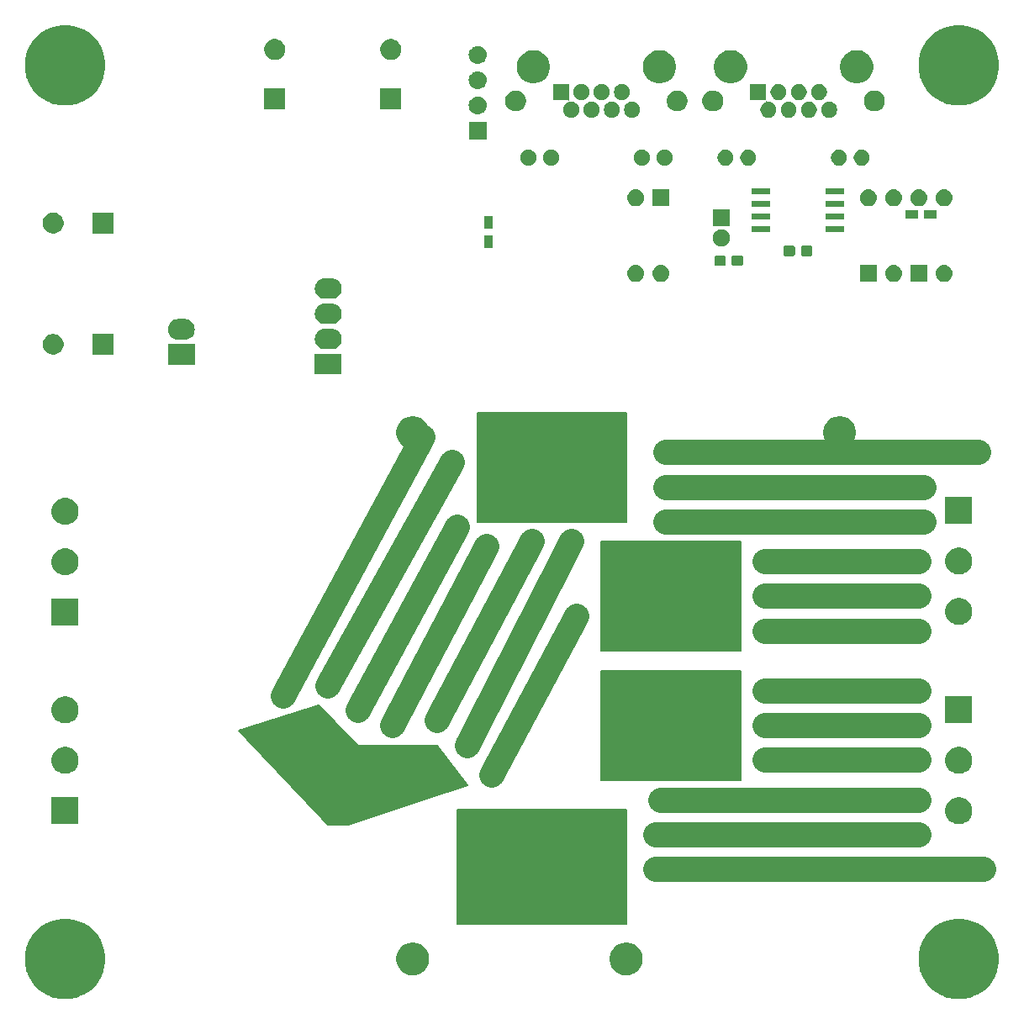
<source format=gbr>
G04 #@! TF.GenerationSoftware,KiCad,Pcbnew,(5.0.1)*
G04 #@! TF.CreationDate,2019-01-31T10:54:59+09:00*
G04 #@! TF.ProjectId,driver,6472697665722E6B696361645F706362,rev?*
G04 #@! TF.SameCoordinates,Original*
G04 #@! TF.FileFunction,Soldermask,Bot*
G04 #@! TF.FilePolarity,Negative*
%FSLAX46Y46*%
G04 Gerber Fmt 4.6, Leading zero omitted, Abs format (unit mm)*
G04 Created by KiCad (PCBNEW (5.0.1)) date Thu Jan 31 10:54:59 2019*
%MOMM*%
%LPD*%
G01*
G04 APERTURE LIST*
%ADD10C,2.500000*%
%ADD11C,0.150000*%
G04 #@! TA.AperFunction,NonConductor*
%ADD12C,0.100000*%
G04 #@! TD*
G04 APERTURE END LIST*
D10*
X126500000Y-115500000D02*
X118000000Y-131500000D01*
X111000000Y-97500000D02*
X97000000Y-123500000D01*
X101500000Y-122500000D02*
X114000000Y-100000000D01*
X114500000Y-106500000D02*
X104500000Y-125000000D01*
X117500000Y-108500000D02*
X108000000Y-126500000D01*
X122000000Y-108000000D02*
X112500000Y-126000000D01*
X126000000Y-108000000D02*
X115500000Y-128500000D01*
X135500000Y-99000000D02*
X167000000Y-99000000D01*
X135500000Y-102500000D02*
X161500000Y-102500000D01*
X135500000Y-106000000D02*
X161500000Y-106000000D01*
X145500000Y-110000000D02*
X161000000Y-110000000D01*
X145500000Y-113500000D02*
X161000000Y-113500000D01*
X145500000Y-117000000D02*
X161000000Y-117000000D01*
X134500000Y-141000000D02*
X167500000Y-141000000D01*
X134500000Y-137500000D02*
X161000000Y-137500000D01*
X135000000Y-134000000D02*
X161000000Y-134000000D01*
X145500000Y-130000000D02*
X161000000Y-130000000D01*
X145500000Y-126500000D02*
X161000000Y-126500000D01*
X145500000Y-123000000D02*
X161000000Y-123000000D01*
D11*
G36*
X92500000Y-127000000D02*
X101500000Y-136500000D01*
X103500000Y-136500000D01*
X115500000Y-132500000D01*
X112500000Y-128500000D01*
X104500000Y-128500000D01*
X100500000Y-124500000D01*
X92500000Y-127000000D01*
G37*
X92500000Y-127000000D02*
X101500000Y-136500000D01*
X103500000Y-136500000D01*
X115500000Y-132500000D01*
X112500000Y-128500000D01*
X104500000Y-128500000D01*
X100500000Y-124500000D01*
X92500000Y-127000000D01*
G36*
X114500000Y-135000000D02*
X114500000Y-146500000D01*
X131500000Y-146500000D01*
X131500000Y-135000000D01*
X130500000Y-135000000D01*
X114500000Y-135000000D01*
G37*
X114500000Y-135000000D02*
X114500000Y-146500000D01*
X131500000Y-146500000D01*
X131500000Y-135000000D01*
X130500000Y-135000000D01*
X114500000Y-135000000D01*
G36*
X143000000Y-121000000D02*
X143000000Y-132000000D01*
X129000000Y-132000000D01*
X129000000Y-121000000D01*
X143000000Y-121000000D01*
G37*
X143000000Y-121000000D02*
X143000000Y-132000000D01*
X129000000Y-132000000D01*
X129000000Y-121000000D01*
X143000000Y-121000000D01*
G36*
X131500000Y-106000000D02*
X131500000Y-95000000D01*
X116500000Y-95000000D01*
X116500000Y-106000000D01*
X131500000Y-106000000D01*
G37*
X131500000Y-106000000D02*
X131500000Y-95000000D01*
X116500000Y-95000000D01*
X116500000Y-106000000D01*
X131500000Y-106000000D01*
G36*
X129000000Y-108000000D02*
X143000000Y-108000000D01*
X143000000Y-119000000D01*
X129000000Y-119000000D01*
X129000000Y-108000000D01*
G37*
X129000000Y-108000000D02*
X143000000Y-108000000D01*
X143000000Y-119000000D01*
X129000000Y-119000000D01*
X129000000Y-108000000D01*
D12*
G36*
X166181632Y-146104677D02*
X166613495Y-146283561D01*
X166918868Y-146410050D01*
X167577889Y-146850394D01*
X167582365Y-146853385D01*
X168146615Y-147417635D01*
X168146617Y-147417638D01*
X168589950Y-148081132D01*
X168589950Y-148081133D01*
X168895323Y-148818368D01*
X169051000Y-149601010D01*
X169051000Y-150398990D01*
X168895323Y-151181632D01*
X168853578Y-151282413D01*
X168589950Y-151918868D01*
X168149606Y-152577889D01*
X168146615Y-152582365D01*
X167582365Y-153146615D01*
X167582362Y-153146617D01*
X166918868Y-153589950D01*
X166613495Y-153716439D01*
X166181632Y-153895323D01*
X165398990Y-154051000D01*
X164601010Y-154051000D01*
X163818368Y-153895323D01*
X163386505Y-153716439D01*
X163081132Y-153589950D01*
X162417638Y-153146617D01*
X162417635Y-153146615D01*
X161853385Y-152582365D01*
X161850394Y-152577889D01*
X161410050Y-151918868D01*
X161146422Y-151282413D01*
X161104677Y-151181632D01*
X160949000Y-150398990D01*
X160949000Y-149601010D01*
X161104677Y-148818368D01*
X161410050Y-148081133D01*
X161410050Y-148081132D01*
X161853383Y-147417638D01*
X161853385Y-147417635D01*
X162417635Y-146853385D01*
X162422111Y-146850394D01*
X163081132Y-146410050D01*
X163386505Y-146283561D01*
X163818368Y-146104677D01*
X164601010Y-145949000D01*
X165398990Y-145949000D01*
X166181632Y-146104677D01*
X166181632Y-146104677D01*
G37*
G36*
X76181632Y-146104677D02*
X76613495Y-146283561D01*
X76918868Y-146410050D01*
X77577889Y-146850394D01*
X77582365Y-146853385D01*
X78146615Y-147417635D01*
X78146617Y-147417638D01*
X78589950Y-148081132D01*
X78589950Y-148081133D01*
X78895323Y-148818368D01*
X79051000Y-149601010D01*
X79051000Y-150398990D01*
X78895323Y-151181632D01*
X78853578Y-151282413D01*
X78589950Y-151918868D01*
X78149606Y-152577889D01*
X78146615Y-152582365D01*
X77582365Y-153146615D01*
X77582362Y-153146617D01*
X76918868Y-153589950D01*
X76613495Y-153716439D01*
X76181632Y-153895323D01*
X75398990Y-154051000D01*
X74601010Y-154051000D01*
X73818368Y-153895323D01*
X73386505Y-153716439D01*
X73081132Y-153589950D01*
X72417638Y-153146617D01*
X72417635Y-153146615D01*
X71853385Y-152582365D01*
X71850394Y-152577889D01*
X71410050Y-151918868D01*
X71146422Y-151282413D01*
X71104677Y-151181632D01*
X70949000Y-150398990D01*
X70949000Y-149601010D01*
X71104677Y-148818368D01*
X71410050Y-148081133D01*
X71410050Y-148081132D01*
X71853383Y-147417638D01*
X71853385Y-147417635D01*
X72417635Y-146853385D01*
X72422111Y-146850394D01*
X73081132Y-146410050D01*
X73386505Y-146283561D01*
X73818368Y-146104677D01*
X74601010Y-145949000D01*
X75398990Y-145949000D01*
X76181632Y-146104677D01*
X76181632Y-146104677D01*
G37*
G36*
X131875256Y-148391298D02*
X131981579Y-148412447D01*
X132282042Y-148536903D01*
X132548852Y-148715180D01*
X132552454Y-148717587D01*
X132782413Y-148947546D01*
X132963098Y-149217960D01*
X133087553Y-149518422D01*
X133151000Y-149837389D01*
X133151000Y-150162611D01*
X133087553Y-150481578D01*
X132963098Y-150782040D01*
X132782413Y-151052454D01*
X132552454Y-151282413D01*
X132552451Y-151282415D01*
X132282042Y-151463097D01*
X131981579Y-151587553D01*
X131875256Y-151608702D01*
X131662611Y-151651000D01*
X131337389Y-151651000D01*
X131124744Y-151608702D01*
X131018421Y-151587553D01*
X130717958Y-151463097D01*
X130447549Y-151282415D01*
X130447546Y-151282413D01*
X130217587Y-151052454D01*
X130036902Y-150782040D01*
X129912447Y-150481578D01*
X129849000Y-150162611D01*
X129849000Y-149837389D01*
X129912447Y-149518422D01*
X130036902Y-149217960D01*
X130217587Y-148947546D01*
X130447546Y-148717587D01*
X130451148Y-148715180D01*
X130717958Y-148536903D01*
X131018421Y-148412447D01*
X131124744Y-148391298D01*
X131337389Y-148349000D01*
X131662611Y-148349000D01*
X131875256Y-148391298D01*
X131875256Y-148391298D01*
G37*
G36*
X110375256Y-148391298D02*
X110481579Y-148412447D01*
X110782042Y-148536903D01*
X111048852Y-148715180D01*
X111052454Y-148717587D01*
X111282413Y-148947546D01*
X111463098Y-149217960D01*
X111587553Y-149518422D01*
X111651000Y-149837389D01*
X111651000Y-150162611D01*
X111587553Y-150481578D01*
X111463098Y-150782040D01*
X111282413Y-151052454D01*
X111052454Y-151282413D01*
X111052451Y-151282415D01*
X110782042Y-151463097D01*
X110481579Y-151587553D01*
X110375256Y-151608702D01*
X110162611Y-151651000D01*
X109837389Y-151651000D01*
X109624744Y-151608702D01*
X109518421Y-151587553D01*
X109217958Y-151463097D01*
X108947549Y-151282415D01*
X108947546Y-151282413D01*
X108717587Y-151052454D01*
X108536902Y-150782040D01*
X108412447Y-150481578D01*
X108349000Y-150162611D01*
X108349000Y-149837389D01*
X108412447Y-149518422D01*
X108536902Y-149217960D01*
X108717587Y-148947546D01*
X108947546Y-148717587D01*
X108951148Y-148715180D01*
X109217958Y-148536903D01*
X109518421Y-148412447D01*
X109624744Y-148391298D01*
X109837389Y-148349000D01*
X110162611Y-148349000D01*
X110375256Y-148391298D01*
X110375256Y-148391298D01*
G37*
G36*
X165263567Y-133754959D02*
X165394072Y-133780918D01*
X165639939Y-133882759D01*
X165860464Y-134030110D01*
X165861215Y-134030612D01*
X166049388Y-134218785D01*
X166049390Y-134218788D01*
X166197241Y-134440061D01*
X166299082Y-134685928D01*
X166351000Y-134946938D01*
X166351000Y-135213062D01*
X166299082Y-135474072D01*
X166197241Y-135719939D01*
X166049890Y-135940464D01*
X166049388Y-135941215D01*
X165861215Y-136129388D01*
X165861212Y-136129390D01*
X165639939Y-136277241D01*
X165394072Y-136379082D01*
X165263567Y-136405041D01*
X165133063Y-136431000D01*
X164866937Y-136431000D01*
X164736433Y-136405041D01*
X164605928Y-136379082D01*
X164360061Y-136277241D01*
X164138788Y-136129390D01*
X164138785Y-136129388D01*
X163950612Y-135941215D01*
X163950110Y-135940464D01*
X163802759Y-135719939D01*
X163700918Y-135474072D01*
X163649000Y-135213062D01*
X163649000Y-134946938D01*
X163700918Y-134685928D01*
X163802759Y-134440061D01*
X163950610Y-134218788D01*
X163950612Y-134218785D01*
X164138785Y-134030612D01*
X164139536Y-134030110D01*
X164360061Y-133882759D01*
X164605928Y-133780918D01*
X164736433Y-133754959D01*
X164866937Y-133729000D01*
X165133063Y-133729000D01*
X165263567Y-133754959D01*
X165263567Y-133754959D01*
G37*
G36*
X76351000Y-136431000D02*
X73649000Y-136431000D01*
X73649000Y-133729000D01*
X76351000Y-133729000D01*
X76351000Y-136431000D01*
X76351000Y-136431000D01*
G37*
G36*
X75263567Y-128674959D02*
X75394072Y-128700918D01*
X75639939Y-128802759D01*
X75860464Y-128950110D01*
X75861215Y-128950612D01*
X76049388Y-129138785D01*
X76049390Y-129138788D01*
X76197241Y-129360061D01*
X76299082Y-129605928D01*
X76351000Y-129866938D01*
X76351000Y-130133062D01*
X76299082Y-130394072D01*
X76197241Y-130639939D01*
X76049890Y-130860464D01*
X76049388Y-130861215D01*
X75861215Y-131049388D01*
X75861212Y-131049390D01*
X75639939Y-131197241D01*
X75394072Y-131299082D01*
X75263567Y-131325041D01*
X75133063Y-131351000D01*
X74866937Y-131351000D01*
X74736433Y-131325041D01*
X74605928Y-131299082D01*
X74360061Y-131197241D01*
X74138788Y-131049390D01*
X74138785Y-131049388D01*
X73950612Y-130861215D01*
X73950110Y-130860464D01*
X73802759Y-130639939D01*
X73700918Y-130394072D01*
X73649000Y-130133062D01*
X73649000Y-129866938D01*
X73700918Y-129605928D01*
X73802759Y-129360061D01*
X73950610Y-129138788D01*
X73950612Y-129138785D01*
X74138785Y-128950612D01*
X74139536Y-128950110D01*
X74360061Y-128802759D01*
X74605928Y-128700918D01*
X74736433Y-128674959D01*
X74866937Y-128649000D01*
X75133063Y-128649000D01*
X75263567Y-128674959D01*
X75263567Y-128674959D01*
G37*
G36*
X165263567Y-128674959D02*
X165394072Y-128700918D01*
X165639939Y-128802759D01*
X165860464Y-128950110D01*
X165861215Y-128950612D01*
X166049388Y-129138785D01*
X166049390Y-129138788D01*
X166197241Y-129360061D01*
X166299082Y-129605928D01*
X166351000Y-129866938D01*
X166351000Y-130133062D01*
X166299082Y-130394072D01*
X166197241Y-130639939D01*
X166049890Y-130860464D01*
X166049388Y-130861215D01*
X165861215Y-131049388D01*
X165861212Y-131049390D01*
X165639939Y-131197241D01*
X165394072Y-131299082D01*
X165263567Y-131325041D01*
X165133063Y-131351000D01*
X164866937Y-131351000D01*
X164736433Y-131325041D01*
X164605928Y-131299082D01*
X164360061Y-131197241D01*
X164138788Y-131049390D01*
X164138785Y-131049388D01*
X163950612Y-130861215D01*
X163950110Y-130860464D01*
X163802759Y-130639939D01*
X163700918Y-130394072D01*
X163649000Y-130133062D01*
X163649000Y-129866938D01*
X163700918Y-129605928D01*
X163802759Y-129360061D01*
X163950610Y-129138788D01*
X163950612Y-129138785D01*
X164138785Y-128950612D01*
X164139536Y-128950110D01*
X164360061Y-128802759D01*
X164605928Y-128700918D01*
X164736433Y-128674959D01*
X164866937Y-128649000D01*
X165133063Y-128649000D01*
X165263567Y-128674959D01*
X165263567Y-128674959D01*
G37*
G36*
X166351000Y-126271000D02*
X163649000Y-126271000D01*
X163649000Y-123569000D01*
X166351000Y-123569000D01*
X166351000Y-126271000D01*
X166351000Y-126271000D01*
G37*
G36*
X75263567Y-123594959D02*
X75394072Y-123620918D01*
X75639939Y-123722759D01*
X75860464Y-123870110D01*
X75861215Y-123870612D01*
X76049388Y-124058785D01*
X76049390Y-124058788D01*
X76197241Y-124280061D01*
X76299082Y-124525928D01*
X76351000Y-124786938D01*
X76351000Y-125053062D01*
X76299082Y-125314072D01*
X76197241Y-125559939D01*
X76049890Y-125780464D01*
X76049388Y-125781215D01*
X75861215Y-125969388D01*
X75861212Y-125969390D01*
X75639939Y-126117241D01*
X75394072Y-126219082D01*
X75263567Y-126245041D01*
X75133063Y-126271000D01*
X74866937Y-126271000D01*
X74736433Y-126245041D01*
X74605928Y-126219082D01*
X74360061Y-126117241D01*
X74138788Y-125969390D01*
X74138785Y-125969388D01*
X73950612Y-125781215D01*
X73950110Y-125780464D01*
X73802759Y-125559939D01*
X73700918Y-125314072D01*
X73649000Y-125053062D01*
X73649000Y-124786938D01*
X73700918Y-124525928D01*
X73802759Y-124280061D01*
X73950610Y-124058788D01*
X73950612Y-124058785D01*
X74138785Y-123870612D01*
X74139536Y-123870110D01*
X74360061Y-123722759D01*
X74605928Y-123620918D01*
X74736433Y-123594959D01*
X74866937Y-123569000D01*
X75133063Y-123569000D01*
X75263567Y-123594959D01*
X75263567Y-123594959D01*
G37*
G36*
X76351000Y-116431000D02*
X73649000Y-116431000D01*
X73649000Y-113729000D01*
X76351000Y-113729000D01*
X76351000Y-116431000D01*
X76351000Y-116431000D01*
G37*
G36*
X165263567Y-113674959D02*
X165394072Y-113700918D01*
X165639939Y-113802759D01*
X165860464Y-113950110D01*
X165861215Y-113950612D01*
X166049388Y-114138785D01*
X166049390Y-114138788D01*
X166197241Y-114360061D01*
X166299082Y-114605928D01*
X166351000Y-114866938D01*
X166351000Y-115133062D01*
X166299082Y-115394072D01*
X166197241Y-115639939D01*
X166049890Y-115860464D01*
X166049388Y-115861215D01*
X165861215Y-116049388D01*
X165861212Y-116049390D01*
X165639939Y-116197241D01*
X165394072Y-116299082D01*
X165263567Y-116325041D01*
X165133063Y-116351000D01*
X164866937Y-116351000D01*
X164736433Y-116325041D01*
X164605928Y-116299082D01*
X164360061Y-116197241D01*
X164138788Y-116049390D01*
X164138785Y-116049388D01*
X163950612Y-115861215D01*
X163950110Y-115860464D01*
X163802759Y-115639939D01*
X163700918Y-115394072D01*
X163649000Y-115133062D01*
X163649000Y-114866938D01*
X163700918Y-114605928D01*
X163802759Y-114360061D01*
X163950610Y-114138788D01*
X163950612Y-114138785D01*
X164138785Y-113950612D01*
X164139536Y-113950110D01*
X164360061Y-113802759D01*
X164605928Y-113700918D01*
X164736433Y-113674959D01*
X164866937Y-113649000D01*
X165133063Y-113649000D01*
X165263567Y-113674959D01*
X165263567Y-113674959D01*
G37*
G36*
X75263567Y-108674959D02*
X75394072Y-108700918D01*
X75639939Y-108802759D01*
X75860464Y-108950110D01*
X75861215Y-108950612D01*
X76049388Y-109138785D01*
X76049390Y-109138788D01*
X76197241Y-109360061D01*
X76299082Y-109605928D01*
X76351000Y-109866938D01*
X76351000Y-110133062D01*
X76299082Y-110394072D01*
X76197241Y-110639939D01*
X76049890Y-110860464D01*
X76049388Y-110861215D01*
X75861215Y-111049388D01*
X75861212Y-111049390D01*
X75639939Y-111197241D01*
X75394072Y-111299082D01*
X75263567Y-111325041D01*
X75133063Y-111351000D01*
X74866937Y-111351000D01*
X74736433Y-111325041D01*
X74605928Y-111299082D01*
X74360061Y-111197241D01*
X74138788Y-111049390D01*
X74138785Y-111049388D01*
X73950612Y-110861215D01*
X73950110Y-110860464D01*
X73802759Y-110639939D01*
X73700918Y-110394072D01*
X73649000Y-110133062D01*
X73649000Y-109866938D01*
X73700918Y-109605928D01*
X73802759Y-109360061D01*
X73950610Y-109138788D01*
X73950612Y-109138785D01*
X74138785Y-108950612D01*
X74139536Y-108950110D01*
X74360061Y-108802759D01*
X74605928Y-108700918D01*
X74736433Y-108674959D01*
X74866937Y-108649000D01*
X75133063Y-108649000D01*
X75263567Y-108674959D01*
X75263567Y-108674959D01*
G37*
G36*
X165263567Y-108594959D02*
X165394072Y-108620918D01*
X165639939Y-108722759D01*
X165860464Y-108870110D01*
X165861215Y-108870612D01*
X166049388Y-109058785D01*
X166049390Y-109058788D01*
X166197241Y-109280061D01*
X166299082Y-109525928D01*
X166351000Y-109786938D01*
X166351000Y-110053062D01*
X166299082Y-110314072D01*
X166197241Y-110559939D01*
X166049890Y-110780464D01*
X166049388Y-110781215D01*
X165861215Y-110969388D01*
X165861212Y-110969390D01*
X165639939Y-111117241D01*
X165394072Y-111219082D01*
X165263567Y-111245041D01*
X165133063Y-111271000D01*
X164866937Y-111271000D01*
X164736433Y-111245041D01*
X164605928Y-111219082D01*
X164360061Y-111117241D01*
X164138788Y-110969390D01*
X164138785Y-110969388D01*
X163950612Y-110781215D01*
X163950110Y-110780464D01*
X163802759Y-110559939D01*
X163700918Y-110314072D01*
X163649000Y-110053062D01*
X163649000Y-109786938D01*
X163700918Y-109525928D01*
X163802759Y-109280061D01*
X163950610Y-109058788D01*
X163950612Y-109058785D01*
X164138785Y-108870612D01*
X164139536Y-108870110D01*
X164360061Y-108722759D01*
X164605928Y-108620918D01*
X164736433Y-108594959D01*
X164866937Y-108569000D01*
X165133063Y-108569000D01*
X165263567Y-108594959D01*
X165263567Y-108594959D01*
G37*
G36*
X75263567Y-103594959D02*
X75394072Y-103620918D01*
X75639939Y-103722759D01*
X75860464Y-103870110D01*
X75861215Y-103870612D01*
X76049388Y-104058785D01*
X76049390Y-104058788D01*
X76197241Y-104280061D01*
X76299082Y-104525928D01*
X76351000Y-104786938D01*
X76351000Y-105053062D01*
X76299082Y-105314072D01*
X76197241Y-105559939D01*
X76049890Y-105780464D01*
X76049388Y-105781215D01*
X75861215Y-105969388D01*
X75861212Y-105969390D01*
X75639939Y-106117241D01*
X75394072Y-106219082D01*
X75263567Y-106245041D01*
X75133063Y-106271000D01*
X74866937Y-106271000D01*
X74736433Y-106245041D01*
X74605928Y-106219082D01*
X74360061Y-106117241D01*
X74138788Y-105969390D01*
X74138785Y-105969388D01*
X73950612Y-105781215D01*
X73950110Y-105780464D01*
X73802759Y-105559939D01*
X73700918Y-105314072D01*
X73649000Y-105053062D01*
X73649000Y-104786938D01*
X73700918Y-104525928D01*
X73802759Y-104280061D01*
X73950610Y-104058788D01*
X73950612Y-104058785D01*
X74138785Y-103870612D01*
X74139536Y-103870110D01*
X74360061Y-103722759D01*
X74605928Y-103620918D01*
X74736433Y-103594959D01*
X74866937Y-103569000D01*
X75133063Y-103569000D01*
X75263567Y-103594959D01*
X75263567Y-103594959D01*
G37*
G36*
X166351000Y-106191000D02*
X163649000Y-106191000D01*
X163649000Y-103489000D01*
X166351000Y-103489000D01*
X166351000Y-106191000D01*
X166351000Y-106191000D01*
G37*
G36*
X110375256Y-95391298D02*
X110481579Y-95412447D01*
X110782042Y-95536903D01*
X111048852Y-95715180D01*
X111052454Y-95717587D01*
X111282413Y-95947546D01*
X111463098Y-96217960D01*
X111587553Y-96518422D01*
X111651000Y-96837389D01*
X111651000Y-97162611D01*
X111587553Y-97481578D01*
X111463098Y-97782040D01*
X111282413Y-98052454D01*
X111052454Y-98282413D01*
X111052451Y-98282415D01*
X110782042Y-98463097D01*
X110481579Y-98587553D01*
X110375256Y-98608702D01*
X110162611Y-98651000D01*
X109837389Y-98651000D01*
X109624744Y-98608702D01*
X109518421Y-98587553D01*
X109217958Y-98463097D01*
X108947549Y-98282415D01*
X108947546Y-98282413D01*
X108717587Y-98052454D01*
X108536902Y-97782040D01*
X108412447Y-97481578D01*
X108349000Y-97162611D01*
X108349000Y-96837389D01*
X108412447Y-96518422D01*
X108536902Y-96217960D01*
X108717587Y-95947546D01*
X108947546Y-95717587D01*
X108951148Y-95715180D01*
X109217958Y-95536903D01*
X109518421Y-95412447D01*
X109624744Y-95391298D01*
X109837389Y-95349000D01*
X110162611Y-95349000D01*
X110375256Y-95391298D01*
X110375256Y-95391298D01*
G37*
G36*
X153375256Y-95391298D02*
X153481579Y-95412447D01*
X153782042Y-95536903D01*
X154048852Y-95715180D01*
X154052454Y-95717587D01*
X154282413Y-95947546D01*
X154463098Y-96217960D01*
X154587553Y-96518422D01*
X154651000Y-96837389D01*
X154651000Y-97162611D01*
X154587553Y-97481578D01*
X154463098Y-97782040D01*
X154282413Y-98052454D01*
X154052454Y-98282413D01*
X154052451Y-98282415D01*
X153782042Y-98463097D01*
X153481579Y-98587553D01*
X153375256Y-98608702D01*
X153162611Y-98651000D01*
X152837389Y-98651000D01*
X152624744Y-98608702D01*
X152518421Y-98587553D01*
X152217958Y-98463097D01*
X151947549Y-98282415D01*
X151947546Y-98282413D01*
X151717587Y-98052454D01*
X151536902Y-97782040D01*
X151412447Y-97481578D01*
X151349000Y-97162611D01*
X151349000Y-96837389D01*
X151412447Y-96518422D01*
X151536902Y-96217960D01*
X151717587Y-95947546D01*
X151947546Y-95717587D01*
X151951148Y-95715180D01*
X152217958Y-95536903D01*
X152518421Y-95412447D01*
X152624744Y-95391298D01*
X152837389Y-95349000D01*
X153162611Y-95349000D01*
X153375256Y-95391298D01*
X153375256Y-95391298D01*
G37*
G36*
X102851000Y-91151000D02*
X100149000Y-91151000D01*
X100149000Y-89049000D01*
X102851000Y-89049000D01*
X102851000Y-91151000D01*
X102851000Y-91151000D01*
G37*
G36*
X88051000Y-90191000D02*
X85349000Y-90191000D01*
X85349000Y-88089000D01*
X88051000Y-88089000D01*
X88051000Y-90191000D01*
X88051000Y-90191000D01*
G37*
G36*
X79851000Y-89151000D02*
X77749000Y-89151000D01*
X77749000Y-87049000D01*
X79851000Y-87049000D01*
X79851000Y-89151000D01*
X79851000Y-89151000D01*
G37*
G36*
X74106565Y-87089389D02*
X74297834Y-87168615D01*
X74469976Y-87283637D01*
X74616363Y-87430024D01*
X74731385Y-87602166D01*
X74810611Y-87793435D01*
X74851000Y-87996484D01*
X74851000Y-88203516D01*
X74810611Y-88406565D01*
X74731385Y-88597834D01*
X74616363Y-88769976D01*
X74469976Y-88916363D01*
X74297834Y-89031385D01*
X74106565Y-89110611D01*
X73903516Y-89151000D01*
X73696484Y-89151000D01*
X73493435Y-89110611D01*
X73302166Y-89031385D01*
X73130024Y-88916363D01*
X72983637Y-88769976D01*
X72868615Y-88597834D01*
X72789389Y-88406565D01*
X72749000Y-88203516D01*
X72749000Y-87996484D01*
X72789389Y-87793435D01*
X72868615Y-87602166D01*
X72983637Y-87430024D01*
X73130024Y-87283637D01*
X73302166Y-87168615D01*
X73493435Y-87089389D01*
X73696484Y-87049000D01*
X73903516Y-87049000D01*
X74106565Y-87089389D01*
X74106565Y-87089389D01*
G37*
G36*
X101882510Y-86512041D02*
X102006032Y-86524207D01*
X102204146Y-86584305D01*
X102386729Y-86681897D01*
X102546765Y-86813235D01*
X102678103Y-86973271D01*
X102775695Y-87155854D01*
X102835793Y-87353968D01*
X102856085Y-87560000D01*
X102835793Y-87766032D01*
X102775695Y-87964146D01*
X102678103Y-88146729D01*
X102546765Y-88306765D01*
X102386729Y-88438103D01*
X102204146Y-88535695D01*
X102006032Y-88595793D01*
X101882510Y-88607959D01*
X101851631Y-88611000D01*
X101148369Y-88611000D01*
X101117490Y-88607959D01*
X100993968Y-88595793D01*
X100795854Y-88535695D01*
X100613271Y-88438103D01*
X100453235Y-88306765D01*
X100321897Y-88146729D01*
X100224305Y-87964146D01*
X100164207Y-87766032D01*
X100143915Y-87560000D01*
X100164207Y-87353968D01*
X100224305Y-87155854D01*
X100321897Y-86973271D01*
X100453235Y-86813235D01*
X100613271Y-86681897D01*
X100795854Y-86584305D01*
X100993968Y-86524207D01*
X101117490Y-86512041D01*
X101148369Y-86509000D01*
X101851631Y-86509000D01*
X101882510Y-86512041D01*
X101882510Y-86512041D01*
G37*
G36*
X87082510Y-85552041D02*
X87206032Y-85564207D01*
X87404146Y-85624305D01*
X87586729Y-85721897D01*
X87746765Y-85853235D01*
X87878103Y-86013271D01*
X87975695Y-86195854D01*
X88035793Y-86393968D01*
X88056085Y-86600000D01*
X88035793Y-86806032D01*
X87975695Y-87004146D01*
X87878103Y-87186729D01*
X87746765Y-87346765D01*
X87586729Y-87478103D01*
X87404146Y-87575695D01*
X87206032Y-87635793D01*
X87082510Y-87647959D01*
X87051631Y-87651000D01*
X86348369Y-87651000D01*
X86317490Y-87647959D01*
X86193968Y-87635793D01*
X85995854Y-87575695D01*
X85813271Y-87478103D01*
X85653235Y-87346765D01*
X85521897Y-87186729D01*
X85424305Y-87004146D01*
X85364207Y-86806032D01*
X85343915Y-86600000D01*
X85364207Y-86393968D01*
X85424305Y-86195854D01*
X85521897Y-86013271D01*
X85653235Y-85853235D01*
X85813271Y-85721897D01*
X85995854Y-85624305D01*
X86193968Y-85564207D01*
X86317490Y-85552041D01*
X86348369Y-85549000D01*
X87051631Y-85549000D01*
X87082510Y-85552041D01*
X87082510Y-85552041D01*
G37*
G36*
X101882510Y-83972041D02*
X102006032Y-83984207D01*
X102204146Y-84044305D01*
X102386729Y-84141897D01*
X102546765Y-84273235D01*
X102678103Y-84433271D01*
X102775695Y-84615854D01*
X102835793Y-84813968D01*
X102856085Y-85020000D01*
X102835793Y-85226032D01*
X102775695Y-85424146D01*
X102678103Y-85606729D01*
X102546765Y-85766765D01*
X102386729Y-85898103D01*
X102204146Y-85995695D01*
X102006032Y-86055793D01*
X101882510Y-86067959D01*
X101851631Y-86071000D01*
X101148369Y-86071000D01*
X101117490Y-86067959D01*
X100993968Y-86055793D01*
X100795854Y-85995695D01*
X100613271Y-85898103D01*
X100453235Y-85766765D01*
X100321897Y-85606729D01*
X100224305Y-85424146D01*
X100164207Y-85226032D01*
X100143915Y-85020000D01*
X100164207Y-84813968D01*
X100224305Y-84615854D01*
X100321897Y-84433271D01*
X100453235Y-84273235D01*
X100613271Y-84141897D01*
X100795854Y-84044305D01*
X100993968Y-83984207D01*
X101117490Y-83972041D01*
X101148369Y-83969000D01*
X101851631Y-83969000D01*
X101882510Y-83972041D01*
X101882510Y-83972041D01*
G37*
G36*
X101882510Y-81432041D02*
X102006032Y-81444207D01*
X102204146Y-81504305D01*
X102386729Y-81601897D01*
X102546765Y-81733235D01*
X102678103Y-81893271D01*
X102775695Y-82075854D01*
X102835793Y-82273968D01*
X102856085Y-82480000D01*
X102835793Y-82686032D01*
X102775695Y-82884146D01*
X102678103Y-83066729D01*
X102546765Y-83226765D01*
X102386729Y-83358103D01*
X102204146Y-83455695D01*
X102006032Y-83515793D01*
X101882510Y-83527959D01*
X101851631Y-83531000D01*
X101148369Y-83531000D01*
X101117490Y-83527959D01*
X100993968Y-83515793D01*
X100795854Y-83455695D01*
X100613271Y-83358103D01*
X100453235Y-83226765D01*
X100321897Y-83066729D01*
X100224305Y-82884146D01*
X100164207Y-82686032D01*
X100143915Y-82480000D01*
X100164207Y-82273968D01*
X100224305Y-82075854D01*
X100321897Y-81893271D01*
X100453235Y-81733235D01*
X100613271Y-81601897D01*
X100795854Y-81504305D01*
X100993968Y-81444207D01*
X101117490Y-81432041D01*
X101148369Y-81429000D01*
X101851631Y-81429000D01*
X101882510Y-81432041D01*
X101882510Y-81432041D01*
G37*
G36*
X156741000Y-81821000D02*
X155039000Y-81821000D01*
X155039000Y-80119000D01*
X156741000Y-80119000D01*
X156741000Y-81821000D01*
X156741000Y-81821000D01*
G37*
G36*
X158596821Y-80131313D02*
X158596824Y-80131314D01*
X158596825Y-80131314D01*
X158757239Y-80179975D01*
X158757241Y-80179976D01*
X158757244Y-80179977D01*
X158905078Y-80258995D01*
X159034659Y-80365341D01*
X159141005Y-80494922D01*
X159220023Y-80642756D01*
X159268687Y-80803179D01*
X159285117Y-80970000D01*
X159268687Y-81136821D01*
X159220023Y-81297244D01*
X159141005Y-81445078D01*
X159034659Y-81574659D01*
X158905078Y-81681005D01*
X158757244Y-81760023D01*
X158757241Y-81760024D01*
X158757239Y-81760025D01*
X158596825Y-81808686D01*
X158596824Y-81808686D01*
X158596821Y-81808687D01*
X158471804Y-81821000D01*
X158388196Y-81821000D01*
X158263179Y-81808687D01*
X158263176Y-81808686D01*
X158263175Y-81808686D01*
X158102761Y-81760025D01*
X158102759Y-81760024D01*
X158102756Y-81760023D01*
X157954922Y-81681005D01*
X157825341Y-81574659D01*
X157718995Y-81445078D01*
X157639977Y-81297244D01*
X157591313Y-81136821D01*
X157574883Y-80970000D01*
X157591313Y-80803179D01*
X157639977Y-80642756D01*
X157718995Y-80494922D01*
X157825341Y-80365341D01*
X157954922Y-80258995D01*
X158102756Y-80179977D01*
X158102759Y-80179976D01*
X158102761Y-80179975D01*
X158263175Y-80131314D01*
X158263176Y-80131314D01*
X158263179Y-80131313D01*
X158388196Y-80119000D01*
X158471804Y-80119000D01*
X158596821Y-80131313D01*
X158596821Y-80131313D01*
G37*
G36*
X132626821Y-80131313D02*
X132626824Y-80131314D01*
X132626825Y-80131314D01*
X132787239Y-80179975D01*
X132787241Y-80179976D01*
X132787244Y-80179977D01*
X132935078Y-80258995D01*
X133064659Y-80365341D01*
X133171005Y-80494922D01*
X133250023Y-80642756D01*
X133298687Y-80803179D01*
X133315117Y-80970000D01*
X133298687Y-81136821D01*
X133250023Y-81297244D01*
X133171005Y-81445078D01*
X133064659Y-81574659D01*
X132935078Y-81681005D01*
X132787244Y-81760023D01*
X132787241Y-81760024D01*
X132787239Y-81760025D01*
X132626825Y-81808686D01*
X132626824Y-81808686D01*
X132626821Y-81808687D01*
X132501804Y-81821000D01*
X132418196Y-81821000D01*
X132293179Y-81808687D01*
X132293176Y-81808686D01*
X132293175Y-81808686D01*
X132132761Y-81760025D01*
X132132759Y-81760024D01*
X132132756Y-81760023D01*
X131984922Y-81681005D01*
X131855341Y-81574659D01*
X131748995Y-81445078D01*
X131669977Y-81297244D01*
X131621313Y-81136821D01*
X131604883Y-80970000D01*
X131621313Y-80803179D01*
X131669977Y-80642756D01*
X131748995Y-80494922D01*
X131855341Y-80365341D01*
X131984922Y-80258995D01*
X132132756Y-80179977D01*
X132132759Y-80179976D01*
X132132761Y-80179975D01*
X132293175Y-80131314D01*
X132293176Y-80131314D01*
X132293179Y-80131313D01*
X132418196Y-80119000D01*
X132501804Y-80119000D01*
X132626821Y-80131313D01*
X132626821Y-80131313D01*
G37*
G36*
X161821000Y-81821000D02*
X160119000Y-81821000D01*
X160119000Y-80119000D01*
X161821000Y-80119000D01*
X161821000Y-81821000D01*
X161821000Y-81821000D01*
G37*
G36*
X135166821Y-80131313D02*
X135166824Y-80131314D01*
X135166825Y-80131314D01*
X135327239Y-80179975D01*
X135327241Y-80179976D01*
X135327244Y-80179977D01*
X135475078Y-80258995D01*
X135604659Y-80365341D01*
X135711005Y-80494922D01*
X135790023Y-80642756D01*
X135838687Y-80803179D01*
X135855117Y-80970000D01*
X135838687Y-81136821D01*
X135790023Y-81297244D01*
X135711005Y-81445078D01*
X135604659Y-81574659D01*
X135475078Y-81681005D01*
X135327244Y-81760023D01*
X135327241Y-81760024D01*
X135327239Y-81760025D01*
X135166825Y-81808686D01*
X135166824Y-81808686D01*
X135166821Y-81808687D01*
X135041804Y-81821000D01*
X134958196Y-81821000D01*
X134833179Y-81808687D01*
X134833176Y-81808686D01*
X134833175Y-81808686D01*
X134672761Y-81760025D01*
X134672759Y-81760024D01*
X134672756Y-81760023D01*
X134524922Y-81681005D01*
X134395341Y-81574659D01*
X134288995Y-81445078D01*
X134209977Y-81297244D01*
X134161313Y-81136821D01*
X134144883Y-80970000D01*
X134161313Y-80803179D01*
X134209977Y-80642756D01*
X134288995Y-80494922D01*
X134395341Y-80365341D01*
X134524922Y-80258995D01*
X134672756Y-80179977D01*
X134672759Y-80179976D01*
X134672761Y-80179975D01*
X134833175Y-80131314D01*
X134833176Y-80131314D01*
X134833179Y-80131313D01*
X134958196Y-80119000D01*
X135041804Y-80119000D01*
X135166821Y-80131313D01*
X135166821Y-80131313D01*
G37*
G36*
X163676821Y-80131313D02*
X163676824Y-80131314D01*
X163676825Y-80131314D01*
X163837239Y-80179975D01*
X163837241Y-80179976D01*
X163837244Y-80179977D01*
X163985078Y-80258995D01*
X164114659Y-80365341D01*
X164221005Y-80494922D01*
X164300023Y-80642756D01*
X164348687Y-80803179D01*
X164365117Y-80970000D01*
X164348687Y-81136821D01*
X164300023Y-81297244D01*
X164221005Y-81445078D01*
X164114659Y-81574659D01*
X163985078Y-81681005D01*
X163837244Y-81760023D01*
X163837241Y-81760024D01*
X163837239Y-81760025D01*
X163676825Y-81808686D01*
X163676824Y-81808686D01*
X163676821Y-81808687D01*
X163551804Y-81821000D01*
X163468196Y-81821000D01*
X163343179Y-81808687D01*
X163343176Y-81808686D01*
X163343175Y-81808686D01*
X163182761Y-81760025D01*
X163182759Y-81760024D01*
X163182756Y-81760023D01*
X163034922Y-81681005D01*
X162905341Y-81574659D01*
X162798995Y-81445078D01*
X162719977Y-81297244D01*
X162671313Y-81136821D01*
X162654883Y-80970000D01*
X162671313Y-80803179D01*
X162719977Y-80642756D01*
X162798995Y-80494922D01*
X162905341Y-80365341D01*
X163034922Y-80258995D01*
X163182756Y-80179977D01*
X163182759Y-80179976D01*
X163182761Y-80179975D01*
X163343175Y-80131314D01*
X163343176Y-80131314D01*
X163343179Y-80131313D01*
X163468196Y-80119000D01*
X163551804Y-80119000D01*
X163676821Y-80131313D01*
X163676821Y-80131313D01*
G37*
G36*
X141363880Y-79163694D02*
X141401374Y-79175068D01*
X141435938Y-79193543D01*
X141466228Y-79218402D01*
X141491087Y-79248692D01*
X141509562Y-79283256D01*
X141520936Y-79320750D01*
X141525381Y-79365887D01*
X141525381Y-80004611D01*
X141520936Y-80049748D01*
X141509562Y-80087242D01*
X141491087Y-80121806D01*
X141466228Y-80152096D01*
X141435938Y-80176955D01*
X141401374Y-80195430D01*
X141363880Y-80206804D01*
X141318743Y-80211249D01*
X140580019Y-80211249D01*
X140534882Y-80206804D01*
X140497388Y-80195430D01*
X140462824Y-80176955D01*
X140432534Y-80152096D01*
X140407675Y-80121806D01*
X140389200Y-80087242D01*
X140377826Y-80049748D01*
X140373381Y-80004611D01*
X140373381Y-79365887D01*
X140377826Y-79320750D01*
X140389200Y-79283256D01*
X140407675Y-79248692D01*
X140432534Y-79218402D01*
X140462824Y-79193543D01*
X140497388Y-79175068D01*
X140534882Y-79163694D01*
X140580019Y-79159249D01*
X141318743Y-79159249D01*
X141363880Y-79163694D01*
X141363880Y-79163694D01*
G37*
G36*
X143113880Y-79163694D02*
X143151374Y-79175068D01*
X143185938Y-79193543D01*
X143216228Y-79218402D01*
X143241087Y-79248692D01*
X143259562Y-79283256D01*
X143270936Y-79320750D01*
X143275381Y-79365887D01*
X143275381Y-80004611D01*
X143270936Y-80049748D01*
X143259562Y-80087242D01*
X143241087Y-80121806D01*
X143216228Y-80152096D01*
X143185938Y-80176955D01*
X143151374Y-80195430D01*
X143113880Y-80206804D01*
X143068743Y-80211249D01*
X142330019Y-80211249D01*
X142284882Y-80206804D01*
X142247388Y-80195430D01*
X142212824Y-80176955D01*
X142182534Y-80152096D01*
X142157675Y-80121806D01*
X142139200Y-80087242D01*
X142127826Y-80049748D01*
X142123381Y-80004611D01*
X142123381Y-79365887D01*
X142127826Y-79320750D01*
X142139200Y-79283256D01*
X142157675Y-79248692D01*
X142182534Y-79218402D01*
X142212824Y-79193543D01*
X142247388Y-79175068D01*
X142284882Y-79163694D01*
X142330019Y-79159249D01*
X143068743Y-79159249D01*
X143113880Y-79163694D01*
X143113880Y-79163694D01*
G37*
G36*
X148339499Y-78178445D02*
X148376993Y-78189819D01*
X148411557Y-78208294D01*
X148441847Y-78233153D01*
X148466706Y-78263443D01*
X148485181Y-78298007D01*
X148496555Y-78335501D01*
X148501000Y-78380638D01*
X148501000Y-79019362D01*
X148496555Y-79064499D01*
X148485181Y-79101993D01*
X148466706Y-79136557D01*
X148441847Y-79166847D01*
X148411557Y-79191706D01*
X148376993Y-79210181D01*
X148339499Y-79221555D01*
X148294362Y-79226000D01*
X147555638Y-79226000D01*
X147510501Y-79221555D01*
X147473007Y-79210181D01*
X147438443Y-79191706D01*
X147408153Y-79166847D01*
X147383294Y-79136557D01*
X147364819Y-79101993D01*
X147353445Y-79064499D01*
X147349000Y-79019362D01*
X147349000Y-78380638D01*
X147353445Y-78335501D01*
X147364819Y-78298007D01*
X147383294Y-78263443D01*
X147408153Y-78233153D01*
X147438443Y-78208294D01*
X147473007Y-78189819D01*
X147510501Y-78178445D01*
X147555638Y-78174000D01*
X148294362Y-78174000D01*
X148339499Y-78178445D01*
X148339499Y-78178445D01*
G37*
G36*
X150089499Y-78178445D02*
X150126993Y-78189819D01*
X150161557Y-78208294D01*
X150191847Y-78233153D01*
X150216706Y-78263443D01*
X150235181Y-78298007D01*
X150246555Y-78335501D01*
X150251000Y-78380638D01*
X150251000Y-79019362D01*
X150246555Y-79064499D01*
X150235181Y-79101993D01*
X150216706Y-79136557D01*
X150191847Y-79166847D01*
X150161557Y-79191706D01*
X150126993Y-79210181D01*
X150089499Y-79221555D01*
X150044362Y-79226000D01*
X149305638Y-79226000D01*
X149260501Y-79221555D01*
X149223007Y-79210181D01*
X149188443Y-79191706D01*
X149158153Y-79166847D01*
X149133294Y-79136557D01*
X149114819Y-79101993D01*
X149103445Y-79064499D01*
X149099000Y-79019362D01*
X149099000Y-78380638D01*
X149103445Y-78335501D01*
X149114819Y-78298007D01*
X149133294Y-78263443D01*
X149158153Y-78233153D01*
X149188443Y-78208294D01*
X149223007Y-78189819D01*
X149260501Y-78178445D01*
X149305638Y-78174000D01*
X150044362Y-78174000D01*
X150089499Y-78178445D01*
X150089499Y-78178445D01*
G37*
G36*
X118026000Y-78401000D02*
X117174000Y-78401000D01*
X117174000Y-77099000D01*
X118026000Y-77099000D01*
X118026000Y-78401000D01*
X118026000Y-78401000D01*
G37*
G36*
X141347609Y-76566952D02*
X141502481Y-76631102D01*
X141641862Y-76724234D01*
X141760396Y-76842768D01*
X141853528Y-76982149D01*
X141917678Y-77137021D01*
X141950381Y-77301433D01*
X141950381Y-77469065D01*
X141917678Y-77633477D01*
X141853528Y-77788349D01*
X141760396Y-77927730D01*
X141641862Y-78046264D01*
X141502481Y-78139396D01*
X141347609Y-78203546D01*
X141183197Y-78236249D01*
X141015565Y-78236249D01*
X140851153Y-78203546D01*
X140696281Y-78139396D01*
X140556900Y-78046264D01*
X140438366Y-77927730D01*
X140345234Y-77788349D01*
X140281084Y-77633477D01*
X140248381Y-77469065D01*
X140248381Y-77301433D01*
X140281084Y-77137021D01*
X140345234Y-76982149D01*
X140438366Y-76842768D01*
X140556900Y-76724234D01*
X140696281Y-76631102D01*
X140851153Y-76566952D01*
X141015565Y-76534249D01*
X141183197Y-76534249D01*
X141347609Y-76566952D01*
X141347609Y-76566952D01*
G37*
G36*
X79851000Y-76951000D02*
X77749000Y-76951000D01*
X77749000Y-74849000D01*
X79851000Y-74849000D01*
X79851000Y-76951000D01*
X79851000Y-76951000D01*
G37*
G36*
X74106565Y-74889389D02*
X74297834Y-74968615D01*
X74469976Y-75083637D01*
X74616363Y-75230024D01*
X74731385Y-75402166D01*
X74810611Y-75593435D01*
X74851000Y-75796484D01*
X74851000Y-76003516D01*
X74810611Y-76206565D01*
X74731385Y-76397834D01*
X74616363Y-76569976D01*
X74469976Y-76716363D01*
X74297834Y-76831385D01*
X74106565Y-76910611D01*
X73903516Y-76951000D01*
X73696484Y-76951000D01*
X73493435Y-76910611D01*
X73302166Y-76831385D01*
X73130024Y-76716363D01*
X72983637Y-76569976D01*
X72868615Y-76397834D01*
X72789389Y-76206565D01*
X72749000Y-76003516D01*
X72749000Y-75796484D01*
X72789389Y-75593435D01*
X72868615Y-75402166D01*
X72983637Y-75230024D01*
X73130024Y-75083637D01*
X73302166Y-74968615D01*
X73493435Y-74889389D01*
X73696484Y-74849000D01*
X73903516Y-74849000D01*
X74106565Y-74889389D01*
X74106565Y-74889389D01*
G37*
G36*
X153426000Y-76831000D02*
X151574000Y-76831000D01*
X151574000Y-76179000D01*
X153426000Y-76179000D01*
X153426000Y-76831000D01*
X153426000Y-76831000D01*
G37*
G36*
X146026000Y-76831000D02*
X144174000Y-76831000D01*
X144174000Y-76179000D01*
X146026000Y-76179000D01*
X146026000Y-76831000D01*
X146026000Y-76831000D01*
G37*
G36*
X118026000Y-76501000D02*
X117174000Y-76501000D01*
X117174000Y-75199000D01*
X118026000Y-75199000D01*
X118026000Y-76501000D01*
X118026000Y-76501000D01*
G37*
G36*
X141950381Y-76236249D02*
X140248381Y-76236249D01*
X140248381Y-74534249D01*
X141950381Y-74534249D01*
X141950381Y-76236249D01*
X141950381Y-76236249D01*
G37*
G36*
X153426000Y-75561000D02*
X151574000Y-75561000D01*
X151574000Y-74909000D01*
X153426000Y-74909000D01*
X153426000Y-75561000D01*
X153426000Y-75561000D01*
G37*
G36*
X146026000Y-75561000D02*
X144174000Y-75561000D01*
X144174000Y-74909000D01*
X146026000Y-74909000D01*
X146026000Y-75561000D01*
X146026000Y-75561000D01*
G37*
G36*
X160901000Y-75426000D02*
X159599000Y-75426000D01*
X159599000Y-74574000D01*
X160901000Y-74574000D01*
X160901000Y-75426000D01*
X160901000Y-75426000D01*
G37*
G36*
X162801000Y-75426000D02*
X161499000Y-75426000D01*
X161499000Y-74574000D01*
X162801000Y-74574000D01*
X162801000Y-75426000D01*
X162801000Y-75426000D01*
G37*
G36*
X146026000Y-74291000D02*
X144174000Y-74291000D01*
X144174000Y-73639000D01*
X146026000Y-73639000D01*
X146026000Y-74291000D01*
X146026000Y-74291000D01*
G37*
G36*
X153426000Y-74291000D02*
X151574000Y-74291000D01*
X151574000Y-73639000D01*
X153426000Y-73639000D01*
X153426000Y-74291000D01*
X153426000Y-74291000D01*
G37*
G36*
X132626821Y-72511313D02*
X132626824Y-72511314D01*
X132626825Y-72511314D01*
X132787239Y-72559975D01*
X132787241Y-72559976D01*
X132787244Y-72559977D01*
X132935078Y-72638995D01*
X133064659Y-72745341D01*
X133171005Y-72874922D01*
X133250023Y-73022756D01*
X133298687Y-73183179D01*
X133315117Y-73350000D01*
X133298687Y-73516821D01*
X133298686Y-73516824D01*
X133298686Y-73516825D01*
X133261625Y-73639000D01*
X133250023Y-73677244D01*
X133171005Y-73825078D01*
X133064659Y-73954659D01*
X132935078Y-74061005D01*
X132787244Y-74140023D01*
X132787241Y-74140024D01*
X132787239Y-74140025D01*
X132626825Y-74188686D01*
X132626824Y-74188686D01*
X132626821Y-74188687D01*
X132501804Y-74201000D01*
X132418196Y-74201000D01*
X132293179Y-74188687D01*
X132293176Y-74188686D01*
X132293175Y-74188686D01*
X132132761Y-74140025D01*
X132132759Y-74140024D01*
X132132756Y-74140023D01*
X131984922Y-74061005D01*
X131855341Y-73954659D01*
X131748995Y-73825078D01*
X131669977Y-73677244D01*
X131658376Y-73639000D01*
X131621314Y-73516825D01*
X131621314Y-73516824D01*
X131621313Y-73516821D01*
X131604883Y-73350000D01*
X131621313Y-73183179D01*
X131669977Y-73022756D01*
X131748995Y-72874922D01*
X131855341Y-72745341D01*
X131984922Y-72638995D01*
X132132756Y-72559977D01*
X132132759Y-72559976D01*
X132132761Y-72559975D01*
X132293175Y-72511314D01*
X132293176Y-72511314D01*
X132293179Y-72511313D01*
X132418196Y-72499000D01*
X132501804Y-72499000D01*
X132626821Y-72511313D01*
X132626821Y-72511313D01*
G37*
G36*
X163676821Y-72511313D02*
X163676824Y-72511314D01*
X163676825Y-72511314D01*
X163837239Y-72559975D01*
X163837241Y-72559976D01*
X163837244Y-72559977D01*
X163985078Y-72638995D01*
X164114659Y-72745341D01*
X164221005Y-72874922D01*
X164300023Y-73022756D01*
X164348687Y-73183179D01*
X164365117Y-73350000D01*
X164348687Y-73516821D01*
X164348686Y-73516824D01*
X164348686Y-73516825D01*
X164311625Y-73639000D01*
X164300023Y-73677244D01*
X164221005Y-73825078D01*
X164114659Y-73954659D01*
X163985078Y-74061005D01*
X163837244Y-74140023D01*
X163837241Y-74140024D01*
X163837239Y-74140025D01*
X163676825Y-74188686D01*
X163676824Y-74188686D01*
X163676821Y-74188687D01*
X163551804Y-74201000D01*
X163468196Y-74201000D01*
X163343179Y-74188687D01*
X163343176Y-74188686D01*
X163343175Y-74188686D01*
X163182761Y-74140025D01*
X163182759Y-74140024D01*
X163182756Y-74140023D01*
X163034922Y-74061005D01*
X162905341Y-73954659D01*
X162798995Y-73825078D01*
X162719977Y-73677244D01*
X162708376Y-73639000D01*
X162671314Y-73516825D01*
X162671314Y-73516824D01*
X162671313Y-73516821D01*
X162654883Y-73350000D01*
X162671313Y-73183179D01*
X162719977Y-73022756D01*
X162798995Y-72874922D01*
X162905341Y-72745341D01*
X163034922Y-72638995D01*
X163182756Y-72559977D01*
X163182759Y-72559976D01*
X163182761Y-72559975D01*
X163343175Y-72511314D01*
X163343176Y-72511314D01*
X163343179Y-72511313D01*
X163468196Y-72499000D01*
X163551804Y-72499000D01*
X163676821Y-72511313D01*
X163676821Y-72511313D01*
G37*
G36*
X161136821Y-72511313D02*
X161136824Y-72511314D01*
X161136825Y-72511314D01*
X161297239Y-72559975D01*
X161297241Y-72559976D01*
X161297244Y-72559977D01*
X161445078Y-72638995D01*
X161574659Y-72745341D01*
X161681005Y-72874922D01*
X161760023Y-73022756D01*
X161808687Y-73183179D01*
X161825117Y-73350000D01*
X161808687Y-73516821D01*
X161808686Y-73516824D01*
X161808686Y-73516825D01*
X161771625Y-73639000D01*
X161760023Y-73677244D01*
X161681005Y-73825078D01*
X161574659Y-73954659D01*
X161445078Y-74061005D01*
X161297244Y-74140023D01*
X161297241Y-74140024D01*
X161297239Y-74140025D01*
X161136825Y-74188686D01*
X161136824Y-74188686D01*
X161136821Y-74188687D01*
X161011804Y-74201000D01*
X160928196Y-74201000D01*
X160803179Y-74188687D01*
X160803176Y-74188686D01*
X160803175Y-74188686D01*
X160642761Y-74140025D01*
X160642759Y-74140024D01*
X160642756Y-74140023D01*
X160494922Y-74061005D01*
X160365341Y-73954659D01*
X160258995Y-73825078D01*
X160179977Y-73677244D01*
X160168376Y-73639000D01*
X160131314Y-73516825D01*
X160131314Y-73516824D01*
X160131313Y-73516821D01*
X160114883Y-73350000D01*
X160131313Y-73183179D01*
X160179977Y-73022756D01*
X160258995Y-72874922D01*
X160365341Y-72745341D01*
X160494922Y-72638995D01*
X160642756Y-72559977D01*
X160642759Y-72559976D01*
X160642761Y-72559975D01*
X160803175Y-72511314D01*
X160803176Y-72511314D01*
X160803179Y-72511313D01*
X160928196Y-72499000D01*
X161011804Y-72499000D01*
X161136821Y-72511313D01*
X161136821Y-72511313D01*
G37*
G36*
X156056821Y-72511313D02*
X156056824Y-72511314D01*
X156056825Y-72511314D01*
X156217239Y-72559975D01*
X156217241Y-72559976D01*
X156217244Y-72559977D01*
X156365078Y-72638995D01*
X156494659Y-72745341D01*
X156601005Y-72874922D01*
X156680023Y-73022756D01*
X156728687Y-73183179D01*
X156745117Y-73350000D01*
X156728687Y-73516821D01*
X156728686Y-73516824D01*
X156728686Y-73516825D01*
X156691625Y-73639000D01*
X156680023Y-73677244D01*
X156601005Y-73825078D01*
X156494659Y-73954659D01*
X156365078Y-74061005D01*
X156217244Y-74140023D01*
X156217241Y-74140024D01*
X156217239Y-74140025D01*
X156056825Y-74188686D01*
X156056824Y-74188686D01*
X156056821Y-74188687D01*
X155931804Y-74201000D01*
X155848196Y-74201000D01*
X155723179Y-74188687D01*
X155723176Y-74188686D01*
X155723175Y-74188686D01*
X155562761Y-74140025D01*
X155562759Y-74140024D01*
X155562756Y-74140023D01*
X155414922Y-74061005D01*
X155285341Y-73954659D01*
X155178995Y-73825078D01*
X155099977Y-73677244D01*
X155088376Y-73639000D01*
X155051314Y-73516825D01*
X155051314Y-73516824D01*
X155051313Y-73516821D01*
X155034883Y-73350000D01*
X155051313Y-73183179D01*
X155099977Y-73022756D01*
X155178995Y-72874922D01*
X155285341Y-72745341D01*
X155414922Y-72638995D01*
X155562756Y-72559977D01*
X155562759Y-72559976D01*
X155562761Y-72559975D01*
X155723175Y-72511314D01*
X155723176Y-72511314D01*
X155723179Y-72511313D01*
X155848196Y-72499000D01*
X155931804Y-72499000D01*
X156056821Y-72511313D01*
X156056821Y-72511313D01*
G37*
G36*
X135851000Y-74201000D02*
X134149000Y-74201000D01*
X134149000Y-72499000D01*
X135851000Y-72499000D01*
X135851000Y-74201000D01*
X135851000Y-74201000D01*
G37*
G36*
X158596821Y-72511313D02*
X158596824Y-72511314D01*
X158596825Y-72511314D01*
X158757239Y-72559975D01*
X158757241Y-72559976D01*
X158757244Y-72559977D01*
X158905078Y-72638995D01*
X159034659Y-72745341D01*
X159141005Y-72874922D01*
X159220023Y-73022756D01*
X159268687Y-73183179D01*
X159285117Y-73350000D01*
X159268687Y-73516821D01*
X159268686Y-73516824D01*
X159268686Y-73516825D01*
X159231625Y-73639000D01*
X159220023Y-73677244D01*
X159141005Y-73825078D01*
X159034659Y-73954659D01*
X158905078Y-74061005D01*
X158757244Y-74140023D01*
X158757241Y-74140024D01*
X158757239Y-74140025D01*
X158596825Y-74188686D01*
X158596824Y-74188686D01*
X158596821Y-74188687D01*
X158471804Y-74201000D01*
X158388196Y-74201000D01*
X158263179Y-74188687D01*
X158263176Y-74188686D01*
X158263175Y-74188686D01*
X158102761Y-74140025D01*
X158102759Y-74140024D01*
X158102756Y-74140023D01*
X157954922Y-74061005D01*
X157825341Y-73954659D01*
X157718995Y-73825078D01*
X157639977Y-73677244D01*
X157628376Y-73639000D01*
X157591314Y-73516825D01*
X157591314Y-73516824D01*
X157591313Y-73516821D01*
X157574883Y-73350000D01*
X157591313Y-73183179D01*
X157639977Y-73022756D01*
X157718995Y-72874922D01*
X157825341Y-72745341D01*
X157954922Y-72638995D01*
X158102756Y-72559977D01*
X158102759Y-72559976D01*
X158102761Y-72559975D01*
X158263175Y-72511314D01*
X158263176Y-72511314D01*
X158263179Y-72511313D01*
X158388196Y-72499000D01*
X158471804Y-72499000D01*
X158596821Y-72511313D01*
X158596821Y-72511313D01*
G37*
G36*
X146026000Y-73021000D02*
X144174000Y-73021000D01*
X144174000Y-72369000D01*
X146026000Y-72369000D01*
X146026000Y-73021000D01*
X146026000Y-73021000D01*
G37*
G36*
X153426000Y-73021000D02*
X151574000Y-73021000D01*
X151574000Y-72369000D01*
X153426000Y-72369000D01*
X153426000Y-73021000D01*
X153426000Y-73021000D01*
G37*
G36*
X141733643Y-68529781D02*
X141879415Y-68590162D01*
X142010611Y-68677824D01*
X142122176Y-68789389D01*
X142209838Y-68920585D01*
X142270219Y-69066357D01*
X142301000Y-69221107D01*
X142301000Y-69378893D01*
X142270219Y-69533643D01*
X142209838Y-69679415D01*
X142122176Y-69810611D01*
X142010611Y-69922176D01*
X141879415Y-70009838D01*
X141733643Y-70070219D01*
X141578893Y-70101000D01*
X141421107Y-70101000D01*
X141266357Y-70070219D01*
X141120585Y-70009838D01*
X140989389Y-69922176D01*
X140877824Y-69810611D01*
X140790162Y-69679415D01*
X140729781Y-69533643D01*
X140699000Y-69378893D01*
X140699000Y-69221107D01*
X140729781Y-69066357D01*
X140790162Y-68920585D01*
X140877824Y-68789389D01*
X140989389Y-68677824D01*
X141120585Y-68590162D01*
X141266357Y-68529781D01*
X141421107Y-68499000D01*
X141578893Y-68499000D01*
X141733643Y-68529781D01*
X141733643Y-68529781D01*
G37*
G36*
X135603643Y-68529781D02*
X135749415Y-68590162D01*
X135880611Y-68677824D01*
X135992176Y-68789389D01*
X136079838Y-68920585D01*
X136140219Y-69066357D01*
X136171000Y-69221107D01*
X136171000Y-69378893D01*
X136140219Y-69533643D01*
X136079838Y-69679415D01*
X135992176Y-69810611D01*
X135880611Y-69922176D01*
X135749415Y-70009838D01*
X135603643Y-70070219D01*
X135448893Y-70101000D01*
X135291107Y-70101000D01*
X135136357Y-70070219D01*
X134990585Y-70009838D01*
X134859389Y-69922176D01*
X134747824Y-69810611D01*
X134660162Y-69679415D01*
X134599781Y-69533643D01*
X134569000Y-69378893D01*
X134569000Y-69221107D01*
X134599781Y-69066357D01*
X134660162Y-68920585D01*
X134747824Y-68789389D01*
X134859389Y-68677824D01*
X134990585Y-68590162D01*
X135136357Y-68529781D01*
X135291107Y-68499000D01*
X135448893Y-68499000D01*
X135603643Y-68529781D01*
X135603643Y-68529781D01*
G37*
G36*
X133313643Y-68529781D02*
X133459415Y-68590162D01*
X133590611Y-68677824D01*
X133702176Y-68789389D01*
X133789838Y-68920585D01*
X133850219Y-69066357D01*
X133881000Y-69221107D01*
X133881000Y-69378893D01*
X133850219Y-69533643D01*
X133789838Y-69679415D01*
X133702176Y-69810611D01*
X133590611Y-69922176D01*
X133459415Y-70009838D01*
X133313643Y-70070219D01*
X133158893Y-70101000D01*
X133001107Y-70101000D01*
X132846357Y-70070219D01*
X132700585Y-70009838D01*
X132569389Y-69922176D01*
X132457824Y-69810611D01*
X132370162Y-69679415D01*
X132309781Y-69533643D01*
X132279000Y-69378893D01*
X132279000Y-69221107D01*
X132309781Y-69066357D01*
X132370162Y-68920585D01*
X132457824Y-68789389D01*
X132569389Y-68677824D01*
X132700585Y-68590162D01*
X132846357Y-68529781D01*
X133001107Y-68499000D01*
X133158893Y-68499000D01*
X133313643Y-68529781D01*
X133313643Y-68529781D01*
G37*
G36*
X121883643Y-68529781D02*
X122029415Y-68590162D01*
X122160611Y-68677824D01*
X122272176Y-68789389D01*
X122359838Y-68920585D01*
X122420219Y-69066357D01*
X122451000Y-69221107D01*
X122451000Y-69378893D01*
X122420219Y-69533643D01*
X122359838Y-69679415D01*
X122272176Y-69810611D01*
X122160611Y-69922176D01*
X122029415Y-70009838D01*
X121883643Y-70070219D01*
X121728893Y-70101000D01*
X121571107Y-70101000D01*
X121416357Y-70070219D01*
X121270585Y-70009838D01*
X121139389Y-69922176D01*
X121027824Y-69810611D01*
X120940162Y-69679415D01*
X120879781Y-69533643D01*
X120849000Y-69378893D01*
X120849000Y-69221107D01*
X120879781Y-69066357D01*
X120940162Y-68920585D01*
X121027824Y-68789389D01*
X121139389Y-68677824D01*
X121270585Y-68590162D01*
X121416357Y-68529781D01*
X121571107Y-68499000D01*
X121728893Y-68499000D01*
X121883643Y-68529781D01*
X121883643Y-68529781D01*
G37*
G36*
X144023643Y-68529781D02*
X144169415Y-68590162D01*
X144300611Y-68677824D01*
X144412176Y-68789389D01*
X144499838Y-68920585D01*
X144560219Y-69066357D01*
X144591000Y-69221107D01*
X144591000Y-69378893D01*
X144560219Y-69533643D01*
X144499838Y-69679415D01*
X144412176Y-69810611D01*
X144300611Y-69922176D01*
X144169415Y-70009838D01*
X144023643Y-70070219D01*
X143868893Y-70101000D01*
X143711107Y-70101000D01*
X143556357Y-70070219D01*
X143410585Y-70009838D01*
X143279389Y-69922176D01*
X143167824Y-69810611D01*
X143080162Y-69679415D01*
X143019781Y-69533643D01*
X142989000Y-69378893D01*
X142989000Y-69221107D01*
X143019781Y-69066357D01*
X143080162Y-68920585D01*
X143167824Y-68789389D01*
X143279389Y-68677824D01*
X143410585Y-68590162D01*
X143556357Y-68529781D01*
X143711107Y-68499000D01*
X143868893Y-68499000D01*
X144023643Y-68529781D01*
X144023643Y-68529781D01*
G37*
G36*
X153163643Y-68529781D02*
X153309415Y-68590162D01*
X153440611Y-68677824D01*
X153552176Y-68789389D01*
X153639838Y-68920585D01*
X153700219Y-69066357D01*
X153731000Y-69221107D01*
X153731000Y-69378893D01*
X153700219Y-69533643D01*
X153639838Y-69679415D01*
X153552176Y-69810611D01*
X153440611Y-69922176D01*
X153309415Y-70009838D01*
X153163643Y-70070219D01*
X153008893Y-70101000D01*
X152851107Y-70101000D01*
X152696357Y-70070219D01*
X152550585Y-70009838D01*
X152419389Y-69922176D01*
X152307824Y-69810611D01*
X152220162Y-69679415D01*
X152159781Y-69533643D01*
X152129000Y-69378893D01*
X152129000Y-69221107D01*
X152159781Y-69066357D01*
X152220162Y-68920585D01*
X152307824Y-68789389D01*
X152419389Y-68677824D01*
X152550585Y-68590162D01*
X152696357Y-68529781D01*
X152851107Y-68499000D01*
X153008893Y-68499000D01*
X153163643Y-68529781D01*
X153163643Y-68529781D01*
G37*
G36*
X155453643Y-68529781D02*
X155599415Y-68590162D01*
X155730611Y-68677824D01*
X155842176Y-68789389D01*
X155929838Y-68920585D01*
X155990219Y-69066357D01*
X156021000Y-69221107D01*
X156021000Y-69378893D01*
X155990219Y-69533643D01*
X155929838Y-69679415D01*
X155842176Y-69810611D01*
X155730611Y-69922176D01*
X155599415Y-70009838D01*
X155453643Y-70070219D01*
X155298893Y-70101000D01*
X155141107Y-70101000D01*
X154986357Y-70070219D01*
X154840585Y-70009838D01*
X154709389Y-69922176D01*
X154597824Y-69810611D01*
X154510162Y-69679415D01*
X154449781Y-69533643D01*
X154419000Y-69378893D01*
X154419000Y-69221107D01*
X154449781Y-69066357D01*
X154510162Y-68920585D01*
X154597824Y-68789389D01*
X154709389Y-68677824D01*
X154840585Y-68590162D01*
X154986357Y-68529781D01*
X155141107Y-68499000D01*
X155298893Y-68499000D01*
X155453643Y-68529781D01*
X155453643Y-68529781D01*
G37*
G36*
X124173643Y-68529781D02*
X124319415Y-68590162D01*
X124450611Y-68677824D01*
X124562176Y-68789389D01*
X124649838Y-68920585D01*
X124710219Y-69066357D01*
X124741000Y-69221107D01*
X124741000Y-69378893D01*
X124710219Y-69533643D01*
X124649838Y-69679415D01*
X124562176Y-69810611D01*
X124450611Y-69922176D01*
X124319415Y-70009838D01*
X124173643Y-70070219D01*
X124018893Y-70101000D01*
X123861107Y-70101000D01*
X123706357Y-70070219D01*
X123560585Y-70009838D01*
X123429389Y-69922176D01*
X123317824Y-69810611D01*
X123230162Y-69679415D01*
X123169781Y-69533643D01*
X123139000Y-69378893D01*
X123139000Y-69221107D01*
X123169781Y-69066357D01*
X123230162Y-68920585D01*
X123317824Y-68789389D01*
X123429389Y-68677824D01*
X123560585Y-68590162D01*
X123706357Y-68529781D01*
X123861107Y-68499000D01*
X124018893Y-68499000D01*
X124173643Y-68529781D01*
X124173643Y-68529781D01*
G37*
G36*
X117451000Y-67491000D02*
X115649000Y-67491000D01*
X115649000Y-65689000D01*
X117451000Y-65689000D01*
X117451000Y-67491000D01*
X117451000Y-67491000D01*
G37*
G36*
X145601000Y-63554556D02*
X145603402Y-63578942D01*
X145610515Y-63602391D01*
X145622066Y-63624002D01*
X145637612Y-63642944D01*
X145656554Y-63658490D01*
X145678165Y-63670041D01*
X145701614Y-63677154D01*
X145726000Y-63679556D01*
X145731648Y-63679000D01*
X145898893Y-63679000D01*
X146053643Y-63709781D01*
X146199415Y-63770162D01*
X146330611Y-63857824D01*
X146442176Y-63969389D01*
X146529838Y-64100585D01*
X146590219Y-64246357D01*
X146621000Y-64401107D01*
X146621000Y-64558893D01*
X146590219Y-64713643D01*
X146529838Y-64859415D01*
X146442176Y-64990611D01*
X146330611Y-65102176D01*
X146199415Y-65189838D01*
X146053643Y-65250219D01*
X145898893Y-65281000D01*
X145741107Y-65281000D01*
X145586357Y-65250219D01*
X145440585Y-65189838D01*
X145309389Y-65102176D01*
X145197824Y-64990611D01*
X145110162Y-64859415D01*
X145049781Y-64713643D01*
X145019000Y-64558893D01*
X145019000Y-64401107D01*
X145049781Y-64246357D01*
X145110162Y-64100585D01*
X145197824Y-63969389D01*
X145309389Y-63857824D01*
X145440583Y-63770163D01*
X145509818Y-63741485D01*
X145531428Y-63729934D01*
X145550370Y-63714388D01*
X145565916Y-63695446D01*
X145577467Y-63673835D01*
X145584580Y-63650386D01*
X145586982Y-63626000D01*
X145584580Y-63601614D01*
X145577467Y-63578164D01*
X145565916Y-63556554D01*
X145550370Y-63537612D01*
X145531428Y-63522066D01*
X145509817Y-63510515D01*
X145486368Y-63503402D01*
X145461982Y-63501000D01*
X143999000Y-63501000D01*
X143999000Y-61899000D01*
X145601000Y-61899000D01*
X145601000Y-63554556D01*
X145601000Y-63554556D01*
G37*
G36*
X150133643Y-63709781D02*
X150279415Y-63770162D01*
X150410611Y-63857824D01*
X150522176Y-63969389D01*
X150609838Y-64100585D01*
X150670219Y-64246357D01*
X150701000Y-64401107D01*
X150701000Y-64558893D01*
X150670219Y-64713643D01*
X150609838Y-64859415D01*
X150522176Y-64990611D01*
X150410611Y-65102176D01*
X150279415Y-65189838D01*
X150133643Y-65250219D01*
X149978893Y-65281000D01*
X149821107Y-65281000D01*
X149666357Y-65250219D01*
X149520585Y-65189838D01*
X149389389Y-65102176D01*
X149277824Y-64990611D01*
X149190162Y-64859415D01*
X149129781Y-64713643D01*
X149099000Y-64558893D01*
X149099000Y-64401107D01*
X149129781Y-64246357D01*
X149190162Y-64100585D01*
X149277824Y-63969389D01*
X149389389Y-63857824D01*
X149520585Y-63770162D01*
X149666357Y-63709781D01*
X149821107Y-63679000D01*
X149978893Y-63679000D01*
X150133643Y-63709781D01*
X150133643Y-63709781D01*
G37*
G36*
X148093643Y-63709781D02*
X148239415Y-63770162D01*
X148370611Y-63857824D01*
X148482176Y-63969389D01*
X148569838Y-64100585D01*
X148630219Y-64246357D01*
X148661000Y-64401107D01*
X148661000Y-64558893D01*
X148630219Y-64713643D01*
X148569838Y-64859415D01*
X148482176Y-64990611D01*
X148370611Y-65102176D01*
X148239415Y-65189838D01*
X148093643Y-65250219D01*
X147938893Y-65281000D01*
X147781107Y-65281000D01*
X147626357Y-65250219D01*
X147480585Y-65189838D01*
X147349389Y-65102176D01*
X147237824Y-64990611D01*
X147150162Y-64859415D01*
X147089781Y-64713643D01*
X147059000Y-64558893D01*
X147059000Y-64401107D01*
X147089781Y-64246357D01*
X147150162Y-64100585D01*
X147237824Y-63969389D01*
X147349389Y-63857824D01*
X147480585Y-63770162D01*
X147626357Y-63709781D01*
X147781107Y-63679000D01*
X147938893Y-63679000D01*
X148093643Y-63709781D01*
X148093643Y-63709781D01*
G37*
G36*
X152173643Y-63709781D02*
X152319415Y-63770162D01*
X152450611Y-63857824D01*
X152562176Y-63969389D01*
X152649838Y-64100585D01*
X152710219Y-64246357D01*
X152741000Y-64401107D01*
X152741000Y-64558893D01*
X152710219Y-64713643D01*
X152649838Y-64859415D01*
X152562176Y-64990611D01*
X152450611Y-65102176D01*
X152319415Y-65189838D01*
X152173643Y-65250219D01*
X152018893Y-65281000D01*
X151861107Y-65281000D01*
X151706357Y-65250219D01*
X151560585Y-65189838D01*
X151429389Y-65102176D01*
X151317824Y-64990611D01*
X151230162Y-64859415D01*
X151169781Y-64713643D01*
X151139000Y-64558893D01*
X151139000Y-64401107D01*
X151169781Y-64246357D01*
X151230162Y-64100585D01*
X151317824Y-63969389D01*
X151429389Y-63857824D01*
X151560585Y-63770162D01*
X151706357Y-63709781D01*
X151861107Y-63679000D01*
X152018893Y-63679000D01*
X152173643Y-63709781D01*
X152173643Y-63709781D01*
G37*
G36*
X130283643Y-63709781D02*
X130429415Y-63770162D01*
X130560611Y-63857824D01*
X130672176Y-63969389D01*
X130759838Y-64100585D01*
X130820219Y-64246357D01*
X130851000Y-64401107D01*
X130851000Y-64558893D01*
X130820219Y-64713643D01*
X130759838Y-64859415D01*
X130672176Y-64990611D01*
X130560611Y-65102176D01*
X130429415Y-65189838D01*
X130283643Y-65250219D01*
X130128893Y-65281000D01*
X129971107Y-65281000D01*
X129816357Y-65250219D01*
X129670585Y-65189838D01*
X129539389Y-65102176D01*
X129427824Y-64990611D01*
X129340162Y-64859415D01*
X129279781Y-64713643D01*
X129249000Y-64558893D01*
X129249000Y-64401107D01*
X129279781Y-64246357D01*
X129340162Y-64100585D01*
X129427824Y-63969389D01*
X129539389Y-63857824D01*
X129670585Y-63770162D01*
X129816357Y-63709781D01*
X129971107Y-63679000D01*
X130128893Y-63679000D01*
X130283643Y-63709781D01*
X130283643Y-63709781D01*
G37*
G36*
X125751000Y-63554556D02*
X125753402Y-63578942D01*
X125760515Y-63602391D01*
X125772066Y-63624002D01*
X125787612Y-63642944D01*
X125806554Y-63658490D01*
X125828165Y-63670041D01*
X125851614Y-63677154D01*
X125876000Y-63679556D01*
X125881648Y-63679000D01*
X126048893Y-63679000D01*
X126203643Y-63709781D01*
X126349415Y-63770162D01*
X126480611Y-63857824D01*
X126592176Y-63969389D01*
X126679838Y-64100585D01*
X126740219Y-64246357D01*
X126771000Y-64401107D01*
X126771000Y-64558893D01*
X126740219Y-64713643D01*
X126679838Y-64859415D01*
X126592176Y-64990611D01*
X126480611Y-65102176D01*
X126349415Y-65189838D01*
X126203643Y-65250219D01*
X126048893Y-65281000D01*
X125891107Y-65281000D01*
X125736357Y-65250219D01*
X125590585Y-65189838D01*
X125459389Y-65102176D01*
X125347824Y-64990611D01*
X125260162Y-64859415D01*
X125199781Y-64713643D01*
X125169000Y-64558893D01*
X125169000Y-64401107D01*
X125199781Y-64246357D01*
X125260162Y-64100585D01*
X125347824Y-63969389D01*
X125459389Y-63857824D01*
X125590583Y-63770163D01*
X125659818Y-63741485D01*
X125681428Y-63729934D01*
X125700370Y-63714388D01*
X125715916Y-63695446D01*
X125727467Y-63673835D01*
X125734580Y-63650386D01*
X125736982Y-63626000D01*
X125734580Y-63601614D01*
X125727467Y-63578164D01*
X125715916Y-63556554D01*
X125700370Y-63537612D01*
X125681428Y-63522066D01*
X125659817Y-63510515D01*
X125636368Y-63503402D01*
X125611982Y-63501000D01*
X124149000Y-63501000D01*
X124149000Y-61899000D01*
X125751000Y-61899000D01*
X125751000Y-63554556D01*
X125751000Y-63554556D01*
G37*
G36*
X132323643Y-63709781D02*
X132469415Y-63770162D01*
X132600611Y-63857824D01*
X132712176Y-63969389D01*
X132799838Y-64100585D01*
X132860219Y-64246357D01*
X132891000Y-64401107D01*
X132891000Y-64558893D01*
X132860219Y-64713643D01*
X132799838Y-64859415D01*
X132712176Y-64990611D01*
X132600611Y-65102176D01*
X132469415Y-65189838D01*
X132323643Y-65250219D01*
X132168893Y-65281000D01*
X132011107Y-65281000D01*
X131856357Y-65250219D01*
X131710585Y-65189838D01*
X131579389Y-65102176D01*
X131467824Y-64990611D01*
X131380162Y-64859415D01*
X131319781Y-64713643D01*
X131289000Y-64558893D01*
X131289000Y-64401107D01*
X131319781Y-64246357D01*
X131380162Y-64100585D01*
X131467824Y-63969389D01*
X131579389Y-63857824D01*
X131710585Y-63770162D01*
X131856357Y-63709781D01*
X132011107Y-63679000D01*
X132168893Y-63679000D01*
X132323643Y-63709781D01*
X132323643Y-63709781D01*
G37*
G36*
X128243643Y-63709781D02*
X128389415Y-63770162D01*
X128520611Y-63857824D01*
X128632176Y-63969389D01*
X128719838Y-64100585D01*
X128780219Y-64246357D01*
X128811000Y-64401107D01*
X128811000Y-64558893D01*
X128780219Y-64713643D01*
X128719838Y-64859415D01*
X128632176Y-64990611D01*
X128520611Y-65102176D01*
X128389415Y-65189838D01*
X128243643Y-65250219D01*
X128088893Y-65281000D01*
X127931107Y-65281000D01*
X127776357Y-65250219D01*
X127630585Y-65189838D01*
X127499389Y-65102176D01*
X127387824Y-64990611D01*
X127300162Y-64859415D01*
X127239781Y-64713643D01*
X127209000Y-64558893D01*
X127209000Y-64401107D01*
X127239781Y-64246357D01*
X127300162Y-64100585D01*
X127387824Y-63969389D01*
X127499389Y-63857824D01*
X127630585Y-63770162D01*
X127776357Y-63709781D01*
X127931107Y-63679000D01*
X128088893Y-63679000D01*
X128243643Y-63709781D01*
X128243643Y-63709781D01*
G37*
G36*
X116660443Y-63155519D02*
X116726627Y-63162037D01*
X116839853Y-63196384D01*
X116896467Y-63213557D01*
X117027198Y-63283435D01*
X117052991Y-63297222D01*
X117083397Y-63322176D01*
X117190186Y-63409814D01*
X117272828Y-63510515D01*
X117302778Y-63547009D01*
X117302779Y-63547011D01*
X117386443Y-63703533D01*
X117389736Y-63714388D01*
X117437963Y-63873373D01*
X117455359Y-64050000D01*
X117437963Y-64226627D01*
X117403616Y-64339853D01*
X117386443Y-64396467D01*
X117383962Y-64401108D01*
X117302778Y-64552991D01*
X117297935Y-64558892D01*
X117190186Y-64690186D01*
X117088729Y-64773448D01*
X117052991Y-64802778D01*
X117052989Y-64802779D01*
X116896467Y-64886443D01*
X116839853Y-64903616D01*
X116726627Y-64937963D01*
X116660442Y-64944482D01*
X116594260Y-64951000D01*
X116505740Y-64951000D01*
X116439558Y-64944482D01*
X116373373Y-64937963D01*
X116260147Y-64903616D01*
X116203533Y-64886443D01*
X116047011Y-64802779D01*
X116047009Y-64802778D01*
X116011271Y-64773448D01*
X115909814Y-64690186D01*
X115802065Y-64558892D01*
X115797222Y-64552991D01*
X115716038Y-64401108D01*
X115713557Y-64396467D01*
X115696384Y-64339853D01*
X115662037Y-64226627D01*
X115644641Y-64050000D01*
X115662037Y-63873373D01*
X115710264Y-63714388D01*
X115713557Y-63703533D01*
X115797221Y-63547011D01*
X115797222Y-63547009D01*
X115827172Y-63510515D01*
X115909814Y-63409814D01*
X116016603Y-63322176D01*
X116047009Y-63297222D01*
X116072802Y-63283435D01*
X116203533Y-63213557D01*
X116260147Y-63196384D01*
X116373373Y-63162037D01*
X116439557Y-63155519D01*
X116505740Y-63149000D01*
X116594260Y-63149000D01*
X116660443Y-63155519D01*
X116660443Y-63155519D01*
G37*
G36*
X156796565Y-62579389D02*
X156987834Y-62658615D01*
X157159976Y-62773637D01*
X157306363Y-62920024D01*
X157421385Y-63092166D01*
X157500611Y-63283435D01*
X157541000Y-63486484D01*
X157541000Y-63693516D01*
X157500611Y-63896565D01*
X157421385Y-64087834D01*
X157306363Y-64259976D01*
X157159976Y-64406363D01*
X156987834Y-64521385D01*
X156796565Y-64600611D01*
X156593516Y-64641000D01*
X156386484Y-64641000D01*
X156183435Y-64600611D01*
X155992166Y-64521385D01*
X155820024Y-64406363D01*
X155673637Y-64259976D01*
X155558615Y-64087834D01*
X155479389Y-63896565D01*
X155439000Y-63693516D01*
X155439000Y-63486484D01*
X155479389Y-63283435D01*
X155558615Y-63092166D01*
X155673637Y-62920024D01*
X155820024Y-62773637D01*
X155992166Y-62658615D01*
X156183435Y-62579389D01*
X156386484Y-62539000D01*
X156593516Y-62539000D01*
X156796565Y-62579389D01*
X156796565Y-62579389D01*
G37*
G36*
X136946565Y-62579389D02*
X137137834Y-62658615D01*
X137309976Y-62773637D01*
X137456363Y-62920024D01*
X137571385Y-63092166D01*
X137650611Y-63283435D01*
X137691000Y-63486484D01*
X137691000Y-63693516D01*
X137650611Y-63896565D01*
X137571385Y-64087834D01*
X137456363Y-64259976D01*
X137309976Y-64406363D01*
X137137834Y-64521385D01*
X136946565Y-64600611D01*
X136743516Y-64641000D01*
X136536484Y-64641000D01*
X136333435Y-64600611D01*
X136142166Y-64521385D01*
X135970024Y-64406363D01*
X135823637Y-64259976D01*
X135708615Y-64087834D01*
X135629389Y-63896565D01*
X135589000Y-63693516D01*
X135589000Y-63486484D01*
X135629389Y-63283435D01*
X135708615Y-63092166D01*
X135823637Y-62920024D01*
X135970024Y-62773637D01*
X136142166Y-62658615D01*
X136333435Y-62579389D01*
X136536484Y-62539000D01*
X136743516Y-62539000D01*
X136946565Y-62579389D01*
X136946565Y-62579389D01*
G37*
G36*
X140536565Y-62579389D02*
X140727834Y-62658615D01*
X140899976Y-62773637D01*
X141046363Y-62920024D01*
X141161385Y-63092166D01*
X141240611Y-63283435D01*
X141281000Y-63486484D01*
X141281000Y-63693516D01*
X141240611Y-63896565D01*
X141161385Y-64087834D01*
X141046363Y-64259976D01*
X140899976Y-64406363D01*
X140727834Y-64521385D01*
X140536565Y-64600611D01*
X140333516Y-64641000D01*
X140126484Y-64641000D01*
X139923435Y-64600611D01*
X139732166Y-64521385D01*
X139560024Y-64406363D01*
X139413637Y-64259976D01*
X139298615Y-64087834D01*
X139219389Y-63896565D01*
X139179000Y-63693516D01*
X139179000Y-63486484D01*
X139219389Y-63283435D01*
X139298615Y-63092166D01*
X139413637Y-62920024D01*
X139560024Y-62773637D01*
X139732166Y-62658615D01*
X139923435Y-62579389D01*
X140126484Y-62539000D01*
X140333516Y-62539000D01*
X140536565Y-62579389D01*
X140536565Y-62579389D01*
G37*
G36*
X120686565Y-62579389D02*
X120877834Y-62658615D01*
X121049976Y-62773637D01*
X121196363Y-62920024D01*
X121311385Y-63092166D01*
X121390611Y-63283435D01*
X121431000Y-63486484D01*
X121431000Y-63693516D01*
X121390611Y-63896565D01*
X121311385Y-64087834D01*
X121196363Y-64259976D01*
X121049976Y-64406363D01*
X120877834Y-64521385D01*
X120686565Y-64600611D01*
X120483516Y-64641000D01*
X120276484Y-64641000D01*
X120073435Y-64600611D01*
X119882166Y-64521385D01*
X119710024Y-64406363D01*
X119563637Y-64259976D01*
X119448615Y-64087834D01*
X119369389Y-63896565D01*
X119329000Y-63693516D01*
X119329000Y-63486484D01*
X119369389Y-63283435D01*
X119448615Y-63092166D01*
X119563637Y-62920024D01*
X119710024Y-62773637D01*
X119882166Y-62658615D01*
X120073435Y-62579389D01*
X120276484Y-62539000D01*
X120483516Y-62539000D01*
X120686565Y-62579389D01*
X120686565Y-62579389D01*
G37*
G36*
X108851000Y-64451000D02*
X106749000Y-64451000D01*
X106749000Y-62349000D01*
X108851000Y-62349000D01*
X108851000Y-64451000D01*
X108851000Y-64451000D01*
G37*
G36*
X97151000Y-64451000D02*
X95049000Y-64451000D01*
X95049000Y-62349000D01*
X97151000Y-62349000D01*
X97151000Y-64451000D01*
X97151000Y-64451000D01*
G37*
G36*
X76181632Y-56104677D02*
X76613495Y-56283561D01*
X76918868Y-56410050D01*
X77577889Y-56850394D01*
X77582365Y-56853385D01*
X78146615Y-57417635D01*
X78146617Y-57417638D01*
X78589950Y-58081132D01*
X78679152Y-58296486D01*
X78895323Y-58818368D01*
X79051000Y-59601010D01*
X79051000Y-60398990D01*
X78895323Y-61181632D01*
X78832469Y-61333375D01*
X78589950Y-61918868D01*
X78224129Y-62466357D01*
X78146615Y-62582365D01*
X77582365Y-63146615D01*
X77582362Y-63146617D01*
X76918868Y-63589950D01*
X76644654Y-63703533D01*
X76181632Y-63895323D01*
X75398990Y-64051000D01*
X74601010Y-64051000D01*
X73818368Y-63895323D01*
X73355346Y-63703533D01*
X73081132Y-63589950D01*
X72417638Y-63146617D01*
X72417635Y-63146615D01*
X71853385Y-62582365D01*
X71775871Y-62466357D01*
X71410050Y-61918868D01*
X71167531Y-61333375D01*
X71104677Y-61181632D01*
X70949000Y-60398990D01*
X70949000Y-59601010D01*
X71104677Y-58818368D01*
X71320848Y-58296486D01*
X71410050Y-58081132D01*
X71853383Y-57417638D01*
X71853385Y-57417635D01*
X72417635Y-56853385D01*
X72422111Y-56850394D01*
X73081132Y-56410050D01*
X73386505Y-56283561D01*
X73818368Y-56104677D01*
X74601010Y-55949000D01*
X75398990Y-55949000D01*
X76181632Y-56104677D01*
X76181632Y-56104677D01*
G37*
G36*
X166181632Y-56104677D02*
X166613495Y-56283561D01*
X166918868Y-56410050D01*
X167577889Y-56850394D01*
X167582365Y-56853385D01*
X168146615Y-57417635D01*
X168146617Y-57417638D01*
X168589950Y-58081132D01*
X168679152Y-58296486D01*
X168895323Y-58818368D01*
X169051000Y-59601010D01*
X169051000Y-60398990D01*
X168895323Y-61181632D01*
X168832469Y-61333375D01*
X168589950Y-61918868D01*
X168224129Y-62466357D01*
X168146615Y-62582365D01*
X167582365Y-63146615D01*
X167582362Y-63146617D01*
X166918868Y-63589950D01*
X166644654Y-63703533D01*
X166181632Y-63895323D01*
X165398990Y-64051000D01*
X164601010Y-64051000D01*
X163818368Y-63895323D01*
X163355346Y-63703533D01*
X163081132Y-63589950D01*
X162417638Y-63146617D01*
X162417635Y-63146615D01*
X161853385Y-62582365D01*
X161775871Y-62466357D01*
X161410050Y-61918868D01*
X161167531Y-61333375D01*
X161104677Y-61181632D01*
X160949000Y-60398990D01*
X160949000Y-59601010D01*
X161104677Y-58818368D01*
X161320848Y-58296486D01*
X161410050Y-58081132D01*
X161853383Y-57417638D01*
X161853385Y-57417635D01*
X162417635Y-56853385D01*
X162422111Y-56850394D01*
X163081132Y-56410050D01*
X163386505Y-56283561D01*
X163818368Y-56104677D01*
X164601010Y-55949000D01*
X165398990Y-55949000D01*
X166181632Y-56104677D01*
X166181632Y-56104677D01*
G37*
G36*
X127223643Y-61929781D02*
X127369415Y-61990162D01*
X127500611Y-62077824D01*
X127612176Y-62189389D01*
X127699838Y-62320585D01*
X127760219Y-62466357D01*
X127791000Y-62621107D01*
X127791000Y-62778893D01*
X127760219Y-62933643D01*
X127699838Y-63079415D01*
X127612176Y-63210611D01*
X127500611Y-63322176D01*
X127369415Y-63409838D01*
X127223643Y-63470219D01*
X127068893Y-63501000D01*
X126911107Y-63501000D01*
X126756357Y-63470219D01*
X126610585Y-63409838D01*
X126479389Y-63322176D01*
X126367824Y-63210611D01*
X126280162Y-63079415D01*
X126219781Y-62933643D01*
X126189000Y-62778893D01*
X126189000Y-62621107D01*
X126219781Y-62466357D01*
X126280162Y-62320585D01*
X126367824Y-62189389D01*
X126479389Y-62077824D01*
X126610585Y-61990162D01*
X126756357Y-61929781D01*
X126911107Y-61899000D01*
X127068893Y-61899000D01*
X127223643Y-61929781D01*
X127223643Y-61929781D01*
G37*
G36*
X131303643Y-61929781D02*
X131449415Y-61990162D01*
X131580611Y-62077824D01*
X131692176Y-62189389D01*
X131779838Y-62320585D01*
X131840219Y-62466357D01*
X131871000Y-62621107D01*
X131871000Y-62778893D01*
X131840219Y-62933643D01*
X131779838Y-63079415D01*
X131692176Y-63210611D01*
X131580611Y-63322176D01*
X131449415Y-63409838D01*
X131303643Y-63470219D01*
X131148893Y-63501000D01*
X130991107Y-63501000D01*
X130836357Y-63470219D01*
X130690585Y-63409838D01*
X130559389Y-63322176D01*
X130447824Y-63210611D01*
X130360162Y-63079415D01*
X130299781Y-62933643D01*
X130269000Y-62778893D01*
X130269000Y-62621107D01*
X130299781Y-62466357D01*
X130360162Y-62320585D01*
X130447824Y-62189389D01*
X130559389Y-62077824D01*
X130690585Y-61990162D01*
X130836357Y-61929781D01*
X130991107Y-61899000D01*
X131148893Y-61899000D01*
X131303643Y-61929781D01*
X131303643Y-61929781D01*
G37*
G36*
X129263643Y-61929781D02*
X129409415Y-61990162D01*
X129540611Y-62077824D01*
X129652176Y-62189389D01*
X129739838Y-62320585D01*
X129800219Y-62466357D01*
X129831000Y-62621107D01*
X129831000Y-62778893D01*
X129800219Y-62933643D01*
X129739838Y-63079415D01*
X129652176Y-63210611D01*
X129540611Y-63322176D01*
X129409415Y-63409838D01*
X129263643Y-63470219D01*
X129108893Y-63501000D01*
X128951107Y-63501000D01*
X128796357Y-63470219D01*
X128650585Y-63409838D01*
X128519389Y-63322176D01*
X128407824Y-63210611D01*
X128320162Y-63079415D01*
X128259781Y-62933643D01*
X128229000Y-62778893D01*
X128229000Y-62621107D01*
X128259781Y-62466357D01*
X128320162Y-62320585D01*
X128407824Y-62189389D01*
X128519389Y-62077824D01*
X128650585Y-61990162D01*
X128796357Y-61929781D01*
X128951107Y-61899000D01*
X129108893Y-61899000D01*
X129263643Y-61929781D01*
X129263643Y-61929781D01*
G37*
G36*
X147073643Y-61929781D02*
X147219415Y-61990162D01*
X147350611Y-62077824D01*
X147462176Y-62189389D01*
X147549838Y-62320585D01*
X147610219Y-62466357D01*
X147641000Y-62621107D01*
X147641000Y-62778893D01*
X147610219Y-62933643D01*
X147549838Y-63079415D01*
X147462176Y-63210611D01*
X147350611Y-63322176D01*
X147219415Y-63409838D01*
X147073643Y-63470219D01*
X146918893Y-63501000D01*
X146761107Y-63501000D01*
X146606357Y-63470219D01*
X146460585Y-63409838D01*
X146329389Y-63322176D01*
X146217824Y-63210611D01*
X146130162Y-63079415D01*
X146069781Y-62933643D01*
X146039000Y-62778893D01*
X146039000Y-62621107D01*
X146069781Y-62466357D01*
X146130162Y-62320585D01*
X146217824Y-62189389D01*
X146329389Y-62077824D01*
X146460585Y-61990162D01*
X146606357Y-61929781D01*
X146761107Y-61899000D01*
X146918893Y-61899000D01*
X147073643Y-61929781D01*
X147073643Y-61929781D01*
G37*
G36*
X149113643Y-61929781D02*
X149259415Y-61990162D01*
X149390611Y-62077824D01*
X149502176Y-62189389D01*
X149589838Y-62320585D01*
X149650219Y-62466357D01*
X149681000Y-62621107D01*
X149681000Y-62778893D01*
X149650219Y-62933643D01*
X149589838Y-63079415D01*
X149502176Y-63210611D01*
X149390611Y-63322176D01*
X149259415Y-63409838D01*
X149113643Y-63470219D01*
X148958893Y-63501000D01*
X148801107Y-63501000D01*
X148646357Y-63470219D01*
X148500585Y-63409838D01*
X148369389Y-63322176D01*
X148257824Y-63210611D01*
X148170162Y-63079415D01*
X148109781Y-62933643D01*
X148079000Y-62778893D01*
X148079000Y-62621107D01*
X148109781Y-62466357D01*
X148170162Y-62320585D01*
X148257824Y-62189389D01*
X148369389Y-62077824D01*
X148500585Y-61990162D01*
X148646357Y-61929781D01*
X148801107Y-61899000D01*
X148958893Y-61899000D01*
X149113643Y-61929781D01*
X149113643Y-61929781D01*
G37*
G36*
X151153643Y-61929781D02*
X151299415Y-61990162D01*
X151430611Y-62077824D01*
X151542176Y-62189389D01*
X151629838Y-62320585D01*
X151690219Y-62466357D01*
X151721000Y-62621107D01*
X151721000Y-62778893D01*
X151690219Y-62933643D01*
X151629838Y-63079415D01*
X151542176Y-63210611D01*
X151430611Y-63322176D01*
X151299415Y-63409838D01*
X151153643Y-63470219D01*
X150998893Y-63501000D01*
X150841107Y-63501000D01*
X150686357Y-63470219D01*
X150540585Y-63409838D01*
X150409389Y-63322176D01*
X150297824Y-63210611D01*
X150210162Y-63079415D01*
X150149781Y-62933643D01*
X150119000Y-62778893D01*
X150119000Y-62621107D01*
X150149781Y-62466357D01*
X150210162Y-62320585D01*
X150297824Y-62189389D01*
X150409389Y-62077824D01*
X150540585Y-61990162D01*
X150686357Y-61929781D01*
X150841107Y-61899000D01*
X150998893Y-61899000D01*
X151153643Y-61929781D01*
X151153643Y-61929781D01*
G37*
G36*
X116660443Y-60615519D02*
X116726627Y-60622037D01*
X116815087Y-60648871D01*
X116896467Y-60673557D01*
X117035087Y-60747652D01*
X117052991Y-60757222D01*
X117088729Y-60786552D01*
X117190186Y-60869814D01*
X117273448Y-60971271D01*
X117302778Y-61007009D01*
X117302779Y-61007011D01*
X117386443Y-61163533D01*
X117386443Y-61163534D01*
X117437963Y-61333373D01*
X117455359Y-61510000D01*
X117437963Y-61686627D01*
X117412189Y-61771592D01*
X117386443Y-61856467D01*
X117314980Y-61990162D01*
X117302778Y-62012991D01*
X117273448Y-62048729D01*
X117190186Y-62150186D01*
X117088729Y-62233448D01*
X117052991Y-62262778D01*
X117052989Y-62262779D01*
X116896467Y-62346443D01*
X116839853Y-62363616D01*
X116726627Y-62397963D01*
X116660443Y-62404481D01*
X116594260Y-62411000D01*
X116505740Y-62411000D01*
X116439557Y-62404481D01*
X116373373Y-62397963D01*
X116260147Y-62363616D01*
X116203533Y-62346443D01*
X116047011Y-62262779D01*
X116047009Y-62262778D01*
X116011271Y-62233448D01*
X115909814Y-62150186D01*
X115826552Y-62048729D01*
X115797222Y-62012991D01*
X115785020Y-61990162D01*
X115713557Y-61856467D01*
X115687811Y-61771592D01*
X115662037Y-61686627D01*
X115644641Y-61510000D01*
X115662037Y-61333373D01*
X115713557Y-61163534D01*
X115713557Y-61163533D01*
X115797221Y-61007011D01*
X115797222Y-61007009D01*
X115826552Y-60971271D01*
X115909814Y-60869814D01*
X116011271Y-60786552D01*
X116047009Y-60757222D01*
X116064913Y-60747652D01*
X116203533Y-60673557D01*
X116284913Y-60648871D01*
X116373373Y-60622037D01*
X116439557Y-60615519D01*
X116505740Y-60609000D01*
X116594260Y-60609000D01*
X116660443Y-60615519D01*
X116660443Y-60615519D01*
G37*
G36*
X122648871Y-58548408D02*
X122953883Y-58674748D01*
X123168825Y-58818368D01*
X123228390Y-58858168D01*
X123461832Y-59091610D01*
X123461834Y-59091613D01*
X123645252Y-59366117D01*
X123771592Y-59671129D01*
X123836000Y-59994928D01*
X123836000Y-60325072D01*
X123771592Y-60648871D01*
X123645252Y-60953883D01*
X123505168Y-61163533D01*
X123461832Y-61228390D01*
X123228390Y-61461832D01*
X123228387Y-61461834D01*
X122953883Y-61645252D01*
X122648871Y-61771592D01*
X122325072Y-61836000D01*
X121994928Y-61836000D01*
X121671129Y-61771592D01*
X121366117Y-61645252D01*
X121091613Y-61461834D01*
X121091610Y-61461832D01*
X120858168Y-61228390D01*
X120814832Y-61163533D01*
X120674748Y-60953883D01*
X120548408Y-60648871D01*
X120484000Y-60325072D01*
X120484000Y-59994928D01*
X120548408Y-59671129D01*
X120674748Y-59366117D01*
X120858166Y-59091613D01*
X120858168Y-59091610D01*
X121091610Y-58858168D01*
X121151175Y-58818368D01*
X121366117Y-58674748D01*
X121671129Y-58548408D01*
X121994928Y-58484000D01*
X122325072Y-58484000D01*
X122648871Y-58548408D01*
X122648871Y-58548408D01*
G37*
G36*
X135348871Y-58548408D02*
X135653883Y-58674748D01*
X135868825Y-58818368D01*
X135928390Y-58858168D01*
X136161832Y-59091610D01*
X136161834Y-59091613D01*
X136345252Y-59366117D01*
X136471592Y-59671129D01*
X136536000Y-59994928D01*
X136536000Y-60325072D01*
X136471592Y-60648871D01*
X136345252Y-60953883D01*
X136205168Y-61163533D01*
X136161832Y-61228390D01*
X135928390Y-61461832D01*
X135928387Y-61461834D01*
X135653883Y-61645252D01*
X135348871Y-61771592D01*
X135025072Y-61836000D01*
X134694928Y-61836000D01*
X134371129Y-61771592D01*
X134066117Y-61645252D01*
X133791613Y-61461834D01*
X133791610Y-61461832D01*
X133558168Y-61228390D01*
X133514832Y-61163533D01*
X133374748Y-60953883D01*
X133248408Y-60648871D01*
X133184000Y-60325072D01*
X133184000Y-59994928D01*
X133248408Y-59671129D01*
X133374748Y-59366117D01*
X133558166Y-59091613D01*
X133558168Y-59091610D01*
X133791610Y-58858168D01*
X133851175Y-58818368D01*
X134066117Y-58674748D01*
X134371129Y-58548408D01*
X134694928Y-58484000D01*
X135025072Y-58484000D01*
X135348871Y-58548408D01*
X135348871Y-58548408D01*
G37*
G36*
X142498871Y-58548408D02*
X142803883Y-58674748D01*
X143018825Y-58818368D01*
X143078390Y-58858168D01*
X143311832Y-59091610D01*
X143311834Y-59091613D01*
X143495252Y-59366117D01*
X143621592Y-59671129D01*
X143686000Y-59994928D01*
X143686000Y-60325072D01*
X143621592Y-60648871D01*
X143495252Y-60953883D01*
X143355168Y-61163533D01*
X143311832Y-61228390D01*
X143078390Y-61461832D01*
X143078387Y-61461834D01*
X142803883Y-61645252D01*
X142498871Y-61771592D01*
X142175072Y-61836000D01*
X141844928Y-61836000D01*
X141521129Y-61771592D01*
X141216117Y-61645252D01*
X140941613Y-61461834D01*
X140941610Y-61461832D01*
X140708168Y-61228390D01*
X140664832Y-61163533D01*
X140524748Y-60953883D01*
X140398408Y-60648871D01*
X140334000Y-60325072D01*
X140334000Y-59994928D01*
X140398408Y-59671129D01*
X140524748Y-59366117D01*
X140708166Y-59091613D01*
X140708168Y-59091610D01*
X140941610Y-58858168D01*
X141001175Y-58818368D01*
X141216117Y-58674748D01*
X141521129Y-58548408D01*
X141844928Y-58484000D01*
X142175072Y-58484000D01*
X142498871Y-58548408D01*
X142498871Y-58548408D01*
G37*
G36*
X155198871Y-58548408D02*
X155503883Y-58674748D01*
X155718825Y-58818368D01*
X155778390Y-58858168D01*
X156011832Y-59091610D01*
X156011834Y-59091613D01*
X156195252Y-59366117D01*
X156321592Y-59671129D01*
X156386000Y-59994928D01*
X156386000Y-60325072D01*
X156321592Y-60648871D01*
X156195252Y-60953883D01*
X156055168Y-61163533D01*
X156011832Y-61228390D01*
X155778390Y-61461832D01*
X155778387Y-61461834D01*
X155503883Y-61645252D01*
X155198871Y-61771592D01*
X154875072Y-61836000D01*
X154544928Y-61836000D01*
X154221129Y-61771592D01*
X153916117Y-61645252D01*
X153641613Y-61461834D01*
X153641610Y-61461832D01*
X153408168Y-61228390D01*
X153364832Y-61163533D01*
X153224748Y-60953883D01*
X153098408Y-60648871D01*
X153034000Y-60325072D01*
X153034000Y-59994928D01*
X153098408Y-59671129D01*
X153224748Y-59366117D01*
X153408166Y-59091613D01*
X153408168Y-59091610D01*
X153641610Y-58858168D01*
X153701175Y-58818368D01*
X153916117Y-58674748D01*
X154221129Y-58548408D01*
X154544928Y-58484000D01*
X154875072Y-58484000D01*
X155198871Y-58548408D01*
X155198871Y-58548408D01*
G37*
G36*
X116660442Y-58075518D02*
X116726627Y-58082037D01*
X116839853Y-58116384D01*
X116896467Y-58133557D01*
X117035087Y-58207652D01*
X117052991Y-58217222D01*
X117088729Y-58246552D01*
X117190186Y-58329814D01*
X117273448Y-58431271D01*
X117302778Y-58467009D01*
X117302779Y-58467011D01*
X117386443Y-58623533D01*
X117386443Y-58623534D01*
X117437963Y-58793373D01*
X117455359Y-58970000D01*
X117437963Y-59146627D01*
X117416809Y-59216363D01*
X117386443Y-59316467D01*
X117336122Y-59410610D01*
X117302778Y-59472991D01*
X117273448Y-59508729D01*
X117190186Y-59610186D01*
X117088729Y-59693448D01*
X117052991Y-59722778D01*
X117052989Y-59722779D01*
X116896467Y-59806443D01*
X116839853Y-59823616D01*
X116726627Y-59857963D01*
X116660442Y-59864482D01*
X116594260Y-59871000D01*
X116505740Y-59871000D01*
X116439558Y-59864482D01*
X116373373Y-59857963D01*
X116260147Y-59823616D01*
X116203533Y-59806443D01*
X116047011Y-59722779D01*
X116047009Y-59722778D01*
X116011271Y-59693448D01*
X115909814Y-59610186D01*
X115826552Y-59508729D01*
X115797222Y-59472991D01*
X115763878Y-59410610D01*
X115713557Y-59316467D01*
X115683191Y-59216363D01*
X115662037Y-59146627D01*
X115644641Y-58970000D01*
X115662037Y-58793373D01*
X115713557Y-58623534D01*
X115713557Y-58623533D01*
X115797221Y-58467011D01*
X115797222Y-58467009D01*
X115826552Y-58431271D01*
X115909814Y-58329814D01*
X116011271Y-58246552D01*
X116047009Y-58217222D01*
X116064913Y-58207652D01*
X116203533Y-58133557D01*
X116260147Y-58116384D01*
X116373373Y-58082037D01*
X116439558Y-58075518D01*
X116505740Y-58069000D01*
X116594260Y-58069000D01*
X116660442Y-58075518D01*
X116660442Y-58075518D01*
G37*
G36*
X96406565Y-57389389D02*
X96597834Y-57468615D01*
X96769976Y-57583637D01*
X96916363Y-57730024D01*
X97031385Y-57902166D01*
X97110611Y-58093435D01*
X97151000Y-58296484D01*
X97151000Y-58503516D01*
X97110611Y-58706565D01*
X97031385Y-58897834D01*
X96916363Y-59069976D01*
X96769976Y-59216363D01*
X96597834Y-59331385D01*
X96406565Y-59410611D01*
X96203516Y-59451000D01*
X95996484Y-59451000D01*
X95793435Y-59410611D01*
X95602166Y-59331385D01*
X95430024Y-59216363D01*
X95283637Y-59069976D01*
X95168615Y-58897834D01*
X95089389Y-58706565D01*
X95049000Y-58503516D01*
X95049000Y-58296484D01*
X95089389Y-58093435D01*
X95168615Y-57902166D01*
X95283637Y-57730024D01*
X95430024Y-57583637D01*
X95602166Y-57468615D01*
X95793435Y-57389389D01*
X95996484Y-57349000D01*
X96203516Y-57349000D01*
X96406565Y-57389389D01*
X96406565Y-57389389D01*
G37*
G36*
X108106565Y-57389389D02*
X108297834Y-57468615D01*
X108469976Y-57583637D01*
X108616363Y-57730024D01*
X108731385Y-57902166D01*
X108810611Y-58093435D01*
X108851000Y-58296484D01*
X108851000Y-58503516D01*
X108810611Y-58706565D01*
X108731385Y-58897834D01*
X108616363Y-59069976D01*
X108469976Y-59216363D01*
X108297834Y-59331385D01*
X108106565Y-59410611D01*
X107903516Y-59451000D01*
X107696484Y-59451000D01*
X107493435Y-59410611D01*
X107302166Y-59331385D01*
X107130024Y-59216363D01*
X106983637Y-59069976D01*
X106868615Y-58897834D01*
X106789389Y-58706565D01*
X106749000Y-58503516D01*
X106749000Y-58296484D01*
X106789389Y-58093435D01*
X106868615Y-57902166D01*
X106983637Y-57730024D01*
X107130024Y-57583637D01*
X107302166Y-57468615D01*
X107493435Y-57389389D01*
X107696484Y-57349000D01*
X107903516Y-57349000D01*
X108106565Y-57389389D01*
X108106565Y-57389389D01*
G37*
M02*

</source>
